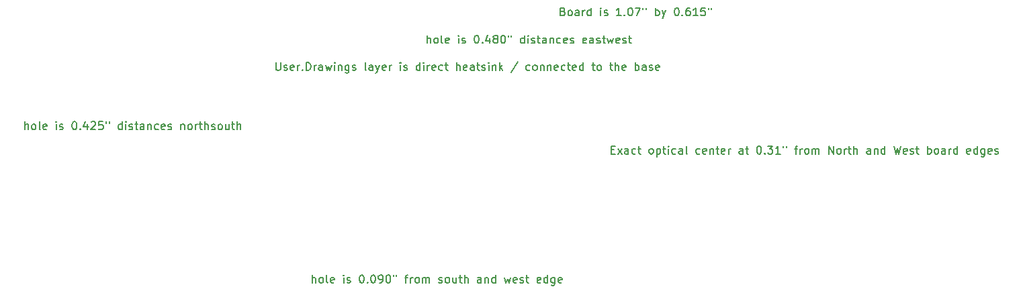
<source format=gbr>
%TF.GenerationSoftware,KiCad,Pcbnew,9.0.0*%
%TF.CreationDate,2025-04-02T01:46:26-07:00*%
%TF.ProjectId,LEDBoardUnhaunted,4c454442-6f61-4726-9455-6e6861756e74,rev?*%
%TF.SameCoordinates,Original*%
%TF.FileFunction,Other,Comment*%
%FSLAX46Y46*%
G04 Gerber Fmt 4.6, Leading zero omitted, Abs format (unit mm)*
G04 Created by KiCad (PCBNEW 9.0.0) date 2025-04-02 01:46:26*
%MOMM*%
%LPD*%
G01*
G04 APERTURE LIST*
%ADD10C,0.150000*%
G04 APERTURE END LIST*
D10*
X123653779Y-115033419D02*
X123653779Y-114033419D01*
X124082350Y-115033419D02*
X124082350Y-114509609D01*
X124082350Y-114509609D02*
X124034731Y-114414371D01*
X124034731Y-114414371D02*
X123939493Y-114366752D01*
X123939493Y-114366752D02*
X123796636Y-114366752D01*
X123796636Y-114366752D02*
X123701398Y-114414371D01*
X123701398Y-114414371D02*
X123653779Y-114461990D01*
X124701398Y-115033419D02*
X124606160Y-114985800D01*
X124606160Y-114985800D02*
X124558541Y-114938180D01*
X124558541Y-114938180D02*
X124510922Y-114842942D01*
X124510922Y-114842942D02*
X124510922Y-114557228D01*
X124510922Y-114557228D02*
X124558541Y-114461990D01*
X124558541Y-114461990D02*
X124606160Y-114414371D01*
X124606160Y-114414371D02*
X124701398Y-114366752D01*
X124701398Y-114366752D02*
X124844255Y-114366752D01*
X124844255Y-114366752D02*
X124939493Y-114414371D01*
X124939493Y-114414371D02*
X124987112Y-114461990D01*
X124987112Y-114461990D02*
X125034731Y-114557228D01*
X125034731Y-114557228D02*
X125034731Y-114842942D01*
X125034731Y-114842942D02*
X124987112Y-114938180D01*
X124987112Y-114938180D02*
X124939493Y-114985800D01*
X124939493Y-114985800D02*
X124844255Y-115033419D01*
X124844255Y-115033419D02*
X124701398Y-115033419D01*
X125606160Y-115033419D02*
X125510922Y-114985800D01*
X125510922Y-114985800D02*
X125463303Y-114890561D01*
X125463303Y-114890561D02*
X125463303Y-114033419D01*
X126368065Y-114985800D02*
X126272827Y-115033419D01*
X126272827Y-115033419D02*
X126082351Y-115033419D01*
X126082351Y-115033419D02*
X125987113Y-114985800D01*
X125987113Y-114985800D02*
X125939494Y-114890561D01*
X125939494Y-114890561D02*
X125939494Y-114509609D01*
X125939494Y-114509609D02*
X125987113Y-114414371D01*
X125987113Y-114414371D02*
X126082351Y-114366752D01*
X126082351Y-114366752D02*
X126272827Y-114366752D01*
X126272827Y-114366752D02*
X126368065Y-114414371D01*
X126368065Y-114414371D02*
X126415684Y-114509609D01*
X126415684Y-114509609D02*
X126415684Y-114604847D01*
X126415684Y-114604847D02*
X125939494Y-114700085D01*
X127606161Y-115033419D02*
X127606161Y-114366752D01*
X127606161Y-114033419D02*
X127558542Y-114081038D01*
X127558542Y-114081038D02*
X127606161Y-114128657D01*
X127606161Y-114128657D02*
X127653780Y-114081038D01*
X127653780Y-114081038D02*
X127606161Y-114033419D01*
X127606161Y-114033419D02*
X127606161Y-114128657D01*
X128034732Y-114985800D02*
X128129970Y-115033419D01*
X128129970Y-115033419D02*
X128320446Y-115033419D01*
X128320446Y-115033419D02*
X128415684Y-114985800D01*
X128415684Y-114985800D02*
X128463303Y-114890561D01*
X128463303Y-114890561D02*
X128463303Y-114842942D01*
X128463303Y-114842942D02*
X128415684Y-114747704D01*
X128415684Y-114747704D02*
X128320446Y-114700085D01*
X128320446Y-114700085D02*
X128177589Y-114700085D01*
X128177589Y-114700085D02*
X128082351Y-114652466D01*
X128082351Y-114652466D02*
X128034732Y-114557228D01*
X128034732Y-114557228D02*
X128034732Y-114509609D01*
X128034732Y-114509609D02*
X128082351Y-114414371D01*
X128082351Y-114414371D02*
X128177589Y-114366752D01*
X128177589Y-114366752D02*
X128320446Y-114366752D01*
X128320446Y-114366752D02*
X128415684Y-114414371D01*
X129844256Y-114033419D02*
X129939494Y-114033419D01*
X129939494Y-114033419D02*
X130034732Y-114081038D01*
X130034732Y-114081038D02*
X130082351Y-114128657D01*
X130082351Y-114128657D02*
X130129970Y-114223895D01*
X130129970Y-114223895D02*
X130177589Y-114414371D01*
X130177589Y-114414371D02*
X130177589Y-114652466D01*
X130177589Y-114652466D02*
X130129970Y-114842942D01*
X130129970Y-114842942D02*
X130082351Y-114938180D01*
X130082351Y-114938180D02*
X130034732Y-114985800D01*
X130034732Y-114985800D02*
X129939494Y-115033419D01*
X129939494Y-115033419D02*
X129844256Y-115033419D01*
X129844256Y-115033419D02*
X129749018Y-114985800D01*
X129749018Y-114985800D02*
X129701399Y-114938180D01*
X129701399Y-114938180D02*
X129653780Y-114842942D01*
X129653780Y-114842942D02*
X129606161Y-114652466D01*
X129606161Y-114652466D02*
X129606161Y-114414371D01*
X129606161Y-114414371D02*
X129653780Y-114223895D01*
X129653780Y-114223895D02*
X129701399Y-114128657D01*
X129701399Y-114128657D02*
X129749018Y-114081038D01*
X129749018Y-114081038D02*
X129844256Y-114033419D01*
X130606161Y-114938180D02*
X130653780Y-114985800D01*
X130653780Y-114985800D02*
X130606161Y-115033419D01*
X130606161Y-115033419D02*
X130558542Y-114985800D01*
X130558542Y-114985800D02*
X130606161Y-114938180D01*
X130606161Y-114938180D02*
X130606161Y-115033419D01*
X131272827Y-114033419D02*
X131368065Y-114033419D01*
X131368065Y-114033419D02*
X131463303Y-114081038D01*
X131463303Y-114081038D02*
X131510922Y-114128657D01*
X131510922Y-114128657D02*
X131558541Y-114223895D01*
X131558541Y-114223895D02*
X131606160Y-114414371D01*
X131606160Y-114414371D02*
X131606160Y-114652466D01*
X131606160Y-114652466D02*
X131558541Y-114842942D01*
X131558541Y-114842942D02*
X131510922Y-114938180D01*
X131510922Y-114938180D02*
X131463303Y-114985800D01*
X131463303Y-114985800D02*
X131368065Y-115033419D01*
X131368065Y-115033419D02*
X131272827Y-115033419D01*
X131272827Y-115033419D02*
X131177589Y-114985800D01*
X131177589Y-114985800D02*
X131129970Y-114938180D01*
X131129970Y-114938180D02*
X131082351Y-114842942D01*
X131082351Y-114842942D02*
X131034732Y-114652466D01*
X131034732Y-114652466D02*
X131034732Y-114414371D01*
X131034732Y-114414371D02*
X131082351Y-114223895D01*
X131082351Y-114223895D02*
X131129970Y-114128657D01*
X131129970Y-114128657D02*
X131177589Y-114081038D01*
X131177589Y-114081038D02*
X131272827Y-114033419D01*
X132082351Y-115033419D02*
X132272827Y-115033419D01*
X132272827Y-115033419D02*
X132368065Y-114985800D01*
X132368065Y-114985800D02*
X132415684Y-114938180D01*
X132415684Y-114938180D02*
X132510922Y-114795323D01*
X132510922Y-114795323D02*
X132558541Y-114604847D01*
X132558541Y-114604847D02*
X132558541Y-114223895D01*
X132558541Y-114223895D02*
X132510922Y-114128657D01*
X132510922Y-114128657D02*
X132463303Y-114081038D01*
X132463303Y-114081038D02*
X132368065Y-114033419D01*
X132368065Y-114033419D02*
X132177589Y-114033419D01*
X132177589Y-114033419D02*
X132082351Y-114081038D01*
X132082351Y-114081038D02*
X132034732Y-114128657D01*
X132034732Y-114128657D02*
X131987113Y-114223895D01*
X131987113Y-114223895D02*
X131987113Y-114461990D01*
X131987113Y-114461990D02*
X132034732Y-114557228D01*
X132034732Y-114557228D02*
X132082351Y-114604847D01*
X132082351Y-114604847D02*
X132177589Y-114652466D01*
X132177589Y-114652466D02*
X132368065Y-114652466D01*
X132368065Y-114652466D02*
X132463303Y-114604847D01*
X132463303Y-114604847D02*
X132510922Y-114557228D01*
X132510922Y-114557228D02*
X132558541Y-114461990D01*
X133177589Y-114033419D02*
X133272827Y-114033419D01*
X133272827Y-114033419D02*
X133368065Y-114081038D01*
X133368065Y-114081038D02*
X133415684Y-114128657D01*
X133415684Y-114128657D02*
X133463303Y-114223895D01*
X133463303Y-114223895D02*
X133510922Y-114414371D01*
X133510922Y-114414371D02*
X133510922Y-114652466D01*
X133510922Y-114652466D02*
X133463303Y-114842942D01*
X133463303Y-114842942D02*
X133415684Y-114938180D01*
X133415684Y-114938180D02*
X133368065Y-114985800D01*
X133368065Y-114985800D02*
X133272827Y-115033419D01*
X133272827Y-115033419D02*
X133177589Y-115033419D01*
X133177589Y-115033419D02*
X133082351Y-114985800D01*
X133082351Y-114985800D02*
X133034732Y-114938180D01*
X133034732Y-114938180D02*
X132987113Y-114842942D01*
X132987113Y-114842942D02*
X132939494Y-114652466D01*
X132939494Y-114652466D02*
X132939494Y-114414371D01*
X132939494Y-114414371D02*
X132987113Y-114223895D01*
X132987113Y-114223895D02*
X133034732Y-114128657D01*
X133034732Y-114128657D02*
X133082351Y-114081038D01*
X133082351Y-114081038D02*
X133177589Y-114033419D01*
X133891875Y-114033419D02*
X133891875Y-114223895D01*
X134272827Y-114033419D02*
X134272827Y-114223895D01*
X135320447Y-114366752D02*
X135701399Y-114366752D01*
X135463304Y-115033419D02*
X135463304Y-114176276D01*
X135463304Y-114176276D02*
X135510923Y-114081038D01*
X135510923Y-114081038D02*
X135606161Y-114033419D01*
X135606161Y-114033419D02*
X135701399Y-114033419D01*
X136034733Y-115033419D02*
X136034733Y-114366752D01*
X136034733Y-114557228D02*
X136082352Y-114461990D01*
X136082352Y-114461990D02*
X136129971Y-114414371D01*
X136129971Y-114414371D02*
X136225209Y-114366752D01*
X136225209Y-114366752D02*
X136320447Y-114366752D01*
X136796638Y-115033419D02*
X136701400Y-114985800D01*
X136701400Y-114985800D02*
X136653781Y-114938180D01*
X136653781Y-114938180D02*
X136606162Y-114842942D01*
X136606162Y-114842942D02*
X136606162Y-114557228D01*
X136606162Y-114557228D02*
X136653781Y-114461990D01*
X136653781Y-114461990D02*
X136701400Y-114414371D01*
X136701400Y-114414371D02*
X136796638Y-114366752D01*
X136796638Y-114366752D02*
X136939495Y-114366752D01*
X136939495Y-114366752D02*
X137034733Y-114414371D01*
X137034733Y-114414371D02*
X137082352Y-114461990D01*
X137082352Y-114461990D02*
X137129971Y-114557228D01*
X137129971Y-114557228D02*
X137129971Y-114842942D01*
X137129971Y-114842942D02*
X137082352Y-114938180D01*
X137082352Y-114938180D02*
X137034733Y-114985800D01*
X137034733Y-114985800D02*
X136939495Y-115033419D01*
X136939495Y-115033419D02*
X136796638Y-115033419D01*
X137558543Y-115033419D02*
X137558543Y-114366752D01*
X137558543Y-114461990D02*
X137606162Y-114414371D01*
X137606162Y-114414371D02*
X137701400Y-114366752D01*
X137701400Y-114366752D02*
X137844257Y-114366752D01*
X137844257Y-114366752D02*
X137939495Y-114414371D01*
X137939495Y-114414371D02*
X137987114Y-114509609D01*
X137987114Y-114509609D02*
X137987114Y-115033419D01*
X137987114Y-114509609D02*
X138034733Y-114414371D01*
X138034733Y-114414371D02*
X138129971Y-114366752D01*
X138129971Y-114366752D02*
X138272828Y-114366752D01*
X138272828Y-114366752D02*
X138368067Y-114414371D01*
X138368067Y-114414371D02*
X138415686Y-114509609D01*
X138415686Y-114509609D02*
X138415686Y-115033419D01*
X139606162Y-114985800D02*
X139701400Y-115033419D01*
X139701400Y-115033419D02*
X139891876Y-115033419D01*
X139891876Y-115033419D02*
X139987114Y-114985800D01*
X139987114Y-114985800D02*
X140034733Y-114890561D01*
X140034733Y-114890561D02*
X140034733Y-114842942D01*
X140034733Y-114842942D02*
X139987114Y-114747704D01*
X139987114Y-114747704D02*
X139891876Y-114700085D01*
X139891876Y-114700085D02*
X139749019Y-114700085D01*
X139749019Y-114700085D02*
X139653781Y-114652466D01*
X139653781Y-114652466D02*
X139606162Y-114557228D01*
X139606162Y-114557228D02*
X139606162Y-114509609D01*
X139606162Y-114509609D02*
X139653781Y-114414371D01*
X139653781Y-114414371D02*
X139749019Y-114366752D01*
X139749019Y-114366752D02*
X139891876Y-114366752D01*
X139891876Y-114366752D02*
X139987114Y-114414371D01*
X140606162Y-115033419D02*
X140510924Y-114985800D01*
X140510924Y-114985800D02*
X140463305Y-114938180D01*
X140463305Y-114938180D02*
X140415686Y-114842942D01*
X140415686Y-114842942D02*
X140415686Y-114557228D01*
X140415686Y-114557228D02*
X140463305Y-114461990D01*
X140463305Y-114461990D02*
X140510924Y-114414371D01*
X140510924Y-114414371D02*
X140606162Y-114366752D01*
X140606162Y-114366752D02*
X140749019Y-114366752D01*
X140749019Y-114366752D02*
X140844257Y-114414371D01*
X140844257Y-114414371D02*
X140891876Y-114461990D01*
X140891876Y-114461990D02*
X140939495Y-114557228D01*
X140939495Y-114557228D02*
X140939495Y-114842942D01*
X140939495Y-114842942D02*
X140891876Y-114938180D01*
X140891876Y-114938180D02*
X140844257Y-114985800D01*
X140844257Y-114985800D02*
X140749019Y-115033419D01*
X140749019Y-115033419D02*
X140606162Y-115033419D01*
X141796638Y-114366752D02*
X141796638Y-115033419D01*
X141368067Y-114366752D02*
X141368067Y-114890561D01*
X141368067Y-114890561D02*
X141415686Y-114985800D01*
X141415686Y-114985800D02*
X141510924Y-115033419D01*
X141510924Y-115033419D02*
X141653781Y-115033419D01*
X141653781Y-115033419D02*
X141749019Y-114985800D01*
X141749019Y-114985800D02*
X141796638Y-114938180D01*
X142129972Y-114366752D02*
X142510924Y-114366752D01*
X142272829Y-114033419D02*
X142272829Y-114890561D01*
X142272829Y-114890561D02*
X142320448Y-114985800D01*
X142320448Y-114985800D02*
X142415686Y-115033419D01*
X142415686Y-115033419D02*
X142510924Y-115033419D01*
X142844258Y-115033419D02*
X142844258Y-114033419D01*
X143272829Y-115033419D02*
X143272829Y-114509609D01*
X143272829Y-114509609D02*
X143225210Y-114414371D01*
X143225210Y-114414371D02*
X143129972Y-114366752D01*
X143129972Y-114366752D02*
X142987115Y-114366752D01*
X142987115Y-114366752D02*
X142891877Y-114414371D01*
X142891877Y-114414371D02*
X142844258Y-114461990D01*
X144939496Y-115033419D02*
X144939496Y-114509609D01*
X144939496Y-114509609D02*
X144891877Y-114414371D01*
X144891877Y-114414371D02*
X144796639Y-114366752D01*
X144796639Y-114366752D02*
X144606163Y-114366752D01*
X144606163Y-114366752D02*
X144510925Y-114414371D01*
X144939496Y-114985800D02*
X144844258Y-115033419D01*
X144844258Y-115033419D02*
X144606163Y-115033419D01*
X144606163Y-115033419D02*
X144510925Y-114985800D01*
X144510925Y-114985800D02*
X144463306Y-114890561D01*
X144463306Y-114890561D02*
X144463306Y-114795323D01*
X144463306Y-114795323D02*
X144510925Y-114700085D01*
X144510925Y-114700085D02*
X144606163Y-114652466D01*
X144606163Y-114652466D02*
X144844258Y-114652466D01*
X144844258Y-114652466D02*
X144939496Y-114604847D01*
X145415687Y-114366752D02*
X145415687Y-115033419D01*
X145415687Y-114461990D02*
X145463306Y-114414371D01*
X145463306Y-114414371D02*
X145558544Y-114366752D01*
X145558544Y-114366752D02*
X145701401Y-114366752D01*
X145701401Y-114366752D02*
X145796639Y-114414371D01*
X145796639Y-114414371D02*
X145844258Y-114509609D01*
X145844258Y-114509609D02*
X145844258Y-115033419D01*
X146749020Y-115033419D02*
X146749020Y-114033419D01*
X146749020Y-114985800D02*
X146653782Y-115033419D01*
X146653782Y-115033419D02*
X146463306Y-115033419D01*
X146463306Y-115033419D02*
X146368068Y-114985800D01*
X146368068Y-114985800D02*
X146320449Y-114938180D01*
X146320449Y-114938180D02*
X146272830Y-114842942D01*
X146272830Y-114842942D02*
X146272830Y-114557228D01*
X146272830Y-114557228D02*
X146320449Y-114461990D01*
X146320449Y-114461990D02*
X146368068Y-114414371D01*
X146368068Y-114414371D02*
X146463306Y-114366752D01*
X146463306Y-114366752D02*
X146653782Y-114366752D01*
X146653782Y-114366752D02*
X146749020Y-114414371D01*
X147891878Y-114366752D02*
X148082354Y-115033419D01*
X148082354Y-115033419D02*
X148272830Y-114557228D01*
X148272830Y-114557228D02*
X148463306Y-115033419D01*
X148463306Y-115033419D02*
X148653782Y-114366752D01*
X149415687Y-114985800D02*
X149320449Y-115033419D01*
X149320449Y-115033419D02*
X149129973Y-115033419D01*
X149129973Y-115033419D02*
X149034735Y-114985800D01*
X149034735Y-114985800D02*
X148987116Y-114890561D01*
X148987116Y-114890561D02*
X148987116Y-114509609D01*
X148987116Y-114509609D02*
X149034735Y-114414371D01*
X149034735Y-114414371D02*
X149129973Y-114366752D01*
X149129973Y-114366752D02*
X149320449Y-114366752D01*
X149320449Y-114366752D02*
X149415687Y-114414371D01*
X149415687Y-114414371D02*
X149463306Y-114509609D01*
X149463306Y-114509609D02*
X149463306Y-114604847D01*
X149463306Y-114604847D02*
X148987116Y-114700085D01*
X149844259Y-114985800D02*
X149939497Y-115033419D01*
X149939497Y-115033419D02*
X150129973Y-115033419D01*
X150129973Y-115033419D02*
X150225211Y-114985800D01*
X150225211Y-114985800D02*
X150272830Y-114890561D01*
X150272830Y-114890561D02*
X150272830Y-114842942D01*
X150272830Y-114842942D02*
X150225211Y-114747704D01*
X150225211Y-114747704D02*
X150129973Y-114700085D01*
X150129973Y-114700085D02*
X149987116Y-114700085D01*
X149987116Y-114700085D02*
X149891878Y-114652466D01*
X149891878Y-114652466D02*
X149844259Y-114557228D01*
X149844259Y-114557228D02*
X149844259Y-114509609D01*
X149844259Y-114509609D02*
X149891878Y-114414371D01*
X149891878Y-114414371D02*
X149987116Y-114366752D01*
X149987116Y-114366752D02*
X150129973Y-114366752D01*
X150129973Y-114366752D02*
X150225211Y-114414371D01*
X150558545Y-114366752D02*
X150939497Y-114366752D01*
X150701402Y-114033419D02*
X150701402Y-114890561D01*
X150701402Y-114890561D02*
X150749021Y-114985800D01*
X150749021Y-114985800D02*
X150844259Y-115033419D01*
X150844259Y-115033419D02*
X150939497Y-115033419D01*
X152415688Y-114985800D02*
X152320450Y-115033419D01*
X152320450Y-115033419D02*
X152129974Y-115033419D01*
X152129974Y-115033419D02*
X152034736Y-114985800D01*
X152034736Y-114985800D02*
X151987117Y-114890561D01*
X151987117Y-114890561D02*
X151987117Y-114509609D01*
X151987117Y-114509609D02*
X152034736Y-114414371D01*
X152034736Y-114414371D02*
X152129974Y-114366752D01*
X152129974Y-114366752D02*
X152320450Y-114366752D01*
X152320450Y-114366752D02*
X152415688Y-114414371D01*
X152415688Y-114414371D02*
X152463307Y-114509609D01*
X152463307Y-114509609D02*
X152463307Y-114604847D01*
X152463307Y-114604847D02*
X151987117Y-114700085D01*
X153320450Y-115033419D02*
X153320450Y-114033419D01*
X153320450Y-114985800D02*
X153225212Y-115033419D01*
X153225212Y-115033419D02*
X153034736Y-115033419D01*
X153034736Y-115033419D02*
X152939498Y-114985800D01*
X152939498Y-114985800D02*
X152891879Y-114938180D01*
X152891879Y-114938180D02*
X152844260Y-114842942D01*
X152844260Y-114842942D02*
X152844260Y-114557228D01*
X152844260Y-114557228D02*
X152891879Y-114461990D01*
X152891879Y-114461990D02*
X152939498Y-114414371D01*
X152939498Y-114414371D02*
X153034736Y-114366752D01*
X153034736Y-114366752D02*
X153225212Y-114366752D01*
X153225212Y-114366752D02*
X153320450Y-114414371D01*
X154225212Y-114366752D02*
X154225212Y-115176276D01*
X154225212Y-115176276D02*
X154177593Y-115271514D01*
X154177593Y-115271514D02*
X154129974Y-115319133D01*
X154129974Y-115319133D02*
X154034736Y-115366752D01*
X154034736Y-115366752D02*
X153891879Y-115366752D01*
X153891879Y-115366752D02*
X153796641Y-115319133D01*
X154225212Y-114985800D02*
X154129974Y-115033419D01*
X154129974Y-115033419D02*
X153939498Y-115033419D01*
X153939498Y-115033419D02*
X153844260Y-114985800D01*
X153844260Y-114985800D02*
X153796641Y-114938180D01*
X153796641Y-114938180D02*
X153749022Y-114842942D01*
X153749022Y-114842942D02*
X153749022Y-114557228D01*
X153749022Y-114557228D02*
X153796641Y-114461990D01*
X153796641Y-114461990D02*
X153844260Y-114414371D01*
X153844260Y-114414371D02*
X153939498Y-114366752D01*
X153939498Y-114366752D02*
X154129974Y-114366752D01*
X154129974Y-114366752D02*
X154225212Y-114414371D01*
X155082355Y-114985800D02*
X154987117Y-115033419D01*
X154987117Y-115033419D02*
X154796641Y-115033419D01*
X154796641Y-115033419D02*
X154701403Y-114985800D01*
X154701403Y-114985800D02*
X154653784Y-114890561D01*
X154653784Y-114890561D02*
X154653784Y-114509609D01*
X154653784Y-114509609D02*
X154701403Y-114414371D01*
X154701403Y-114414371D02*
X154796641Y-114366752D01*
X154796641Y-114366752D02*
X154987117Y-114366752D01*
X154987117Y-114366752D02*
X155082355Y-114414371D01*
X155082355Y-114414371D02*
X155129974Y-114509609D01*
X155129974Y-114509609D02*
X155129974Y-114604847D01*
X155129974Y-114604847D02*
X154653784Y-114700085D01*
X87433379Y-95678619D02*
X87433379Y-94678619D01*
X87861950Y-95678619D02*
X87861950Y-95154809D01*
X87861950Y-95154809D02*
X87814331Y-95059571D01*
X87814331Y-95059571D02*
X87719093Y-95011952D01*
X87719093Y-95011952D02*
X87576236Y-95011952D01*
X87576236Y-95011952D02*
X87480998Y-95059571D01*
X87480998Y-95059571D02*
X87433379Y-95107190D01*
X88480998Y-95678619D02*
X88385760Y-95631000D01*
X88385760Y-95631000D02*
X88338141Y-95583380D01*
X88338141Y-95583380D02*
X88290522Y-95488142D01*
X88290522Y-95488142D02*
X88290522Y-95202428D01*
X88290522Y-95202428D02*
X88338141Y-95107190D01*
X88338141Y-95107190D02*
X88385760Y-95059571D01*
X88385760Y-95059571D02*
X88480998Y-95011952D01*
X88480998Y-95011952D02*
X88623855Y-95011952D01*
X88623855Y-95011952D02*
X88719093Y-95059571D01*
X88719093Y-95059571D02*
X88766712Y-95107190D01*
X88766712Y-95107190D02*
X88814331Y-95202428D01*
X88814331Y-95202428D02*
X88814331Y-95488142D01*
X88814331Y-95488142D02*
X88766712Y-95583380D01*
X88766712Y-95583380D02*
X88719093Y-95631000D01*
X88719093Y-95631000D02*
X88623855Y-95678619D01*
X88623855Y-95678619D02*
X88480998Y-95678619D01*
X89385760Y-95678619D02*
X89290522Y-95631000D01*
X89290522Y-95631000D02*
X89242903Y-95535761D01*
X89242903Y-95535761D02*
X89242903Y-94678619D01*
X90147665Y-95631000D02*
X90052427Y-95678619D01*
X90052427Y-95678619D02*
X89861951Y-95678619D01*
X89861951Y-95678619D02*
X89766713Y-95631000D01*
X89766713Y-95631000D02*
X89719094Y-95535761D01*
X89719094Y-95535761D02*
X89719094Y-95154809D01*
X89719094Y-95154809D02*
X89766713Y-95059571D01*
X89766713Y-95059571D02*
X89861951Y-95011952D01*
X89861951Y-95011952D02*
X90052427Y-95011952D01*
X90052427Y-95011952D02*
X90147665Y-95059571D01*
X90147665Y-95059571D02*
X90195284Y-95154809D01*
X90195284Y-95154809D02*
X90195284Y-95250047D01*
X90195284Y-95250047D02*
X89719094Y-95345285D01*
X91385761Y-95678619D02*
X91385761Y-95011952D01*
X91385761Y-94678619D02*
X91338142Y-94726238D01*
X91338142Y-94726238D02*
X91385761Y-94773857D01*
X91385761Y-94773857D02*
X91433380Y-94726238D01*
X91433380Y-94726238D02*
X91385761Y-94678619D01*
X91385761Y-94678619D02*
X91385761Y-94773857D01*
X91814332Y-95631000D02*
X91909570Y-95678619D01*
X91909570Y-95678619D02*
X92100046Y-95678619D01*
X92100046Y-95678619D02*
X92195284Y-95631000D01*
X92195284Y-95631000D02*
X92242903Y-95535761D01*
X92242903Y-95535761D02*
X92242903Y-95488142D01*
X92242903Y-95488142D02*
X92195284Y-95392904D01*
X92195284Y-95392904D02*
X92100046Y-95345285D01*
X92100046Y-95345285D02*
X91957189Y-95345285D01*
X91957189Y-95345285D02*
X91861951Y-95297666D01*
X91861951Y-95297666D02*
X91814332Y-95202428D01*
X91814332Y-95202428D02*
X91814332Y-95154809D01*
X91814332Y-95154809D02*
X91861951Y-95059571D01*
X91861951Y-95059571D02*
X91957189Y-95011952D01*
X91957189Y-95011952D02*
X92100046Y-95011952D01*
X92100046Y-95011952D02*
X92195284Y-95059571D01*
X93623856Y-94678619D02*
X93719094Y-94678619D01*
X93719094Y-94678619D02*
X93814332Y-94726238D01*
X93814332Y-94726238D02*
X93861951Y-94773857D01*
X93861951Y-94773857D02*
X93909570Y-94869095D01*
X93909570Y-94869095D02*
X93957189Y-95059571D01*
X93957189Y-95059571D02*
X93957189Y-95297666D01*
X93957189Y-95297666D02*
X93909570Y-95488142D01*
X93909570Y-95488142D02*
X93861951Y-95583380D01*
X93861951Y-95583380D02*
X93814332Y-95631000D01*
X93814332Y-95631000D02*
X93719094Y-95678619D01*
X93719094Y-95678619D02*
X93623856Y-95678619D01*
X93623856Y-95678619D02*
X93528618Y-95631000D01*
X93528618Y-95631000D02*
X93480999Y-95583380D01*
X93480999Y-95583380D02*
X93433380Y-95488142D01*
X93433380Y-95488142D02*
X93385761Y-95297666D01*
X93385761Y-95297666D02*
X93385761Y-95059571D01*
X93385761Y-95059571D02*
X93433380Y-94869095D01*
X93433380Y-94869095D02*
X93480999Y-94773857D01*
X93480999Y-94773857D02*
X93528618Y-94726238D01*
X93528618Y-94726238D02*
X93623856Y-94678619D01*
X94385761Y-95583380D02*
X94433380Y-95631000D01*
X94433380Y-95631000D02*
X94385761Y-95678619D01*
X94385761Y-95678619D02*
X94338142Y-95631000D01*
X94338142Y-95631000D02*
X94385761Y-95583380D01*
X94385761Y-95583380D02*
X94385761Y-95678619D01*
X95290522Y-95011952D02*
X95290522Y-95678619D01*
X95052427Y-94631000D02*
X94814332Y-95345285D01*
X94814332Y-95345285D02*
X95433379Y-95345285D01*
X95766713Y-94773857D02*
X95814332Y-94726238D01*
X95814332Y-94726238D02*
X95909570Y-94678619D01*
X95909570Y-94678619D02*
X96147665Y-94678619D01*
X96147665Y-94678619D02*
X96242903Y-94726238D01*
X96242903Y-94726238D02*
X96290522Y-94773857D01*
X96290522Y-94773857D02*
X96338141Y-94869095D01*
X96338141Y-94869095D02*
X96338141Y-94964333D01*
X96338141Y-94964333D02*
X96290522Y-95107190D01*
X96290522Y-95107190D02*
X95719094Y-95678619D01*
X95719094Y-95678619D02*
X96338141Y-95678619D01*
X97242903Y-94678619D02*
X96766713Y-94678619D01*
X96766713Y-94678619D02*
X96719094Y-95154809D01*
X96719094Y-95154809D02*
X96766713Y-95107190D01*
X96766713Y-95107190D02*
X96861951Y-95059571D01*
X96861951Y-95059571D02*
X97100046Y-95059571D01*
X97100046Y-95059571D02*
X97195284Y-95107190D01*
X97195284Y-95107190D02*
X97242903Y-95154809D01*
X97242903Y-95154809D02*
X97290522Y-95250047D01*
X97290522Y-95250047D02*
X97290522Y-95488142D01*
X97290522Y-95488142D02*
X97242903Y-95583380D01*
X97242903Y-95583380D02*
X97195284Y-95631000D01*
X97195284Y-95631000D02*
X97100046Y-95678619D01*
X97100046Y-95678619D02*
X96861951Y-95678619D01*
X96861951Y-95678619D02*
X96766713Y-95631000D01*
X96766713Y-95631000D02*
X96719094Y-95583380D01*
X97671475Y-94678619D02*
X97671475Y-94869095D01*
X98052427Y-94678619D02*
X98052427Y-94869095D01*
X99671475Y-95678619D02*
X99671475Y-94678619D01*
X99671475Y-95631000D02*
X99576237Y-95678619D01*
X99576237Y-95678619D02*
X99385761Y-95678619D01*
X99385761Y-95678619D02*
X99290523Y-95631000D01*
X99290523Y-95631000D02*
X99242904Y-95583380D01*
X99242904Y-95583380D02*
X99195285Y-95488142D01*
X99195285Y-95488142D02*
X99195285Y-95202428D01*
X99195285Y-95202428D02*
X99242904Y-95107190D01*
X99242904Y-95107190D02*
X99290523Y-95059571D01*
X99290523Y-95059571D02*
X99385761Y-95011952D01*
X99385761Y-95011952D02*
X99576237Y-95011952D01*
X99576237Y-95011952D02*
X99671475Y-95059571D01*
X100147666Y-95678619D02*
X100147666Y-95011952D01*
X100147666Y-94678619D02*
X100100047Y-94726238D01*
X100100047Y-94726238D02*
X100147666Y-94773857D01*
X100147666Y-94773857D02*
X100195285Y-94726238D01*
X100195285Y-94726238D02*
X100147666Y-94678619D01*
X100147666Y-94678619D02*
X100147666Y-94773857D01*
X100576237Y-95631000D02*
X100671475Y-95678619D01*
X100671475Y-95678619D02*
X100861951Y-95678619D01*
X100861951Y-95678619D02*
X100957189Y-95631000D01*
X100957189Y-95631000D02*
X101004808Y-95535761D01*
X101004808Y-95535761D02*
X101004808Y-95488142D01*
X101004808Y-95488142D02*
X100957189Y-95392904D01*
X100957189Y-95392904D02*
X100861951Y-95345285D01*
X100861951Y-95345285D02*
X100719094Y-95345285D01*
X100719094Y-95345285D02*
X100623856Y-95297666D01*
X100623856Y-95297666D02*
X100576237Y-95202428D01*
X100576237Y-95202428D02*
X100576237Y-95154809D01*
X100576237Y-95154809D02*
X100623856Y-95059571D01*
X100623856Y-95059571D02*
X100719094Y-95011952D01*
X100719094Y-95011952D02*
X100861951Y-95011952D01*
X100861951Y-95011952D02*
X100957189Y-95059571D01*
X101290523Y-95011952D02*
X101671475Y-95011952D01*
X101433380Y-94678619D02*
X101433380Y-95535761D01*
X101433380Y-95535761D02*
X101480999Y-95631000D01*
X101480999Y-95631000D02*
X101576237Y-95678619D01*
X101576237Y-95678619D02*
X101671475Y-95678619D01*
X102433380Y-95678619D02*
X102433380Y-95154809D01*
X102433380Y-95154809D02*
X102385761Y-95059571D01*
X102385761Y-95059571D02*
X102290523Y-95011952D01*
X102290523Y-95011952D02*
X102100047Y-95011952D01*
X102100047Y-95011952D02*
X102004809Y-95059571D01*
X102433380Y-95631000D02*
X102338142Y-95678619D01*
X102338142Y-95678619D02*
X102100047Y-95678619D01*
X102100047Y-95678619D02*
X102004809Y-95631000D01*
X102004809Y-95631000D02*
X101957190Y-95535761D01*
X101957190Y-95535761D02*
X101957190Y-95440523D01*
X101957190Y-95440523D02*
X102004809Y-95345285D01*
X102004809Y-95345285D02*
X102100047Y-95297666D01*
X102100047Y-95297666D02*
X102338142Y-95297666D01*
X102338142Y-95297666D02*
X102433380Y-95250047D01*
X102909571Y-95011952D02*
X102909571Y-95678619D01*
X102909571Y-95107190D02*
X102957190Y-95059571D01*
X102957190Y-95059571D02*
X103052428Y-95011952D01*
X103052428Y-95011952D02*
X103195285Y-95011952D01*
X103195285Y-95011952D02*
X103290523Y-95059571D01*
X103290523Y-95059571D02*
X103338142Y-95154809D01*
X103338142Y-95154809D02*
X103338142Y-95678619D01*
X104242904Y-95631000D02*
X104147666Y-95678619D01*
X104147666Y-95678619D02*
X103957190Y-95678619D01*
X103957190Y-95678619D02*
X103861952Y-95631000D01*
X103861952Y-95631000D02*
X103814333Y-95583380D01*
X103814333Y-95583380D02*
X103766714Y-95488142D01*
X103766714Y-95488142D02*
X103766714Y-95202428D01*
X103766714Y-95202428D02*
X103814333Y-95107190D01*
X103814333Y-95107190D02*
X103861952Y-95059571D01*
X103861952Y-95059571D02*
X103957190Y-95011952D01*
X103957190Y-95011952D02*
X104147666Y-95011952D01*
X104147666Y-95011952D02*
X104242904Y-95059571D01*
X105052428Y-95631000D02*
X104957190Y-95678619D01*
X104957190Y-95678619D02*
X104766714Y-95678619D01*
X104766714Y-95678619D02*
X104671476Y-95631000D01*
X104671476Y-95631000D02*
X104623857Y-95535761D01*
X104623857Y-95535761D02*
X104623857Y-95154809D01*
X104623857Y-95154809D02*
X104671476Y-95059571D01*
X104671476Y-95059571D02*
X104766714Y-95011952D01*
X104766714Y-95011952D02*
X104957190Y-95011952D01*
X104957190Y-95011952D02*
X105052428Y-95059571D01*
X105052428Y-95059571D02*
X105100047Y-95154809D01*
X105100047Y-95154809D02*
X105100047Y-95250047D01*
X105100047Y-95250047D02*
X104623857Y-95345285D01*
X105481000Y-95631000D02*
X105576238Y-95678619D01*
X105576238Y-95678619D02*
X105766714Y-95678619D01*
X105766714Y-95678619D02*
X105861952Y-95631000D01*
X105861952Y-95631000D02*
X105909571Y-95535761D01*
X105909571Y-95535761D02*
X105909571Y-95488142D01*
X105909571Y-95488142D02*
X105861952Y-95392904D01*
X105861952Y-95392904D02*
X105766714Y-95345285D01*
X105766714Y-95345285D02*
X105623857Y-95345285D01*
X105623857Y-95345285D02*
X105528619Y-95297666D01*
X105528619Y-95297666D02*
X105481000Y-95202428D01*
X105481000Y-95202428D02*
X105481000Y-95154809D01*
X105481000Y-95154809D02*
X105528619Y-95059571D01*
X105528619Y-95059571D02*
X105623857Y-95011952D01*
X105623857Y-95011952D02*
X105766714Y-95011952D01*
X105766714Y-95011952D02*
X105861952Y-95059571D01*
X107100048Y-95011952D02*
X107100048Y-95678619D01*
X107100048Y-95107190D02*
X107147667Y-95059571D01*
X107147667Y-95059571D02*
X107242905Y-95011952D01*
X107242905Y-95011952D02*
X107385762Y-95011952D01*
X107385762Y-95011952D02*
X107481000Y-95059571D01*
X107481000Y-95059571D02*
X107528619Y-95154809D01*
X107528619Y-95154809D02*
X107528619Y-95678619D01*
X108147667Y-95678619D02*
X108052429Y-95631000D01*
X108052429Y-95631000D02*
X108004810Y-95583380D01*
X108004810Y-95583380D02*
X107957191Y-95488142D01*
X107957191Y-95488142D02*
X107957191Y-95202428D01*
X107957191Y-95202428D02*
X108004810Y-95107190D01*
X108004810Y-95107190D02*
X108052429Y-95059571D01*
X108052429Y-95059571D02*
X108147667Y-95011952D01*
X108147667Y-95011952D02*
X108290524Y-95011952D01*
X108290524Y-95011952D02*
X108385762Y-95059571D01*
X108385762Y-95059571D02*
X108433381Y-95107190D01*
X108433381Y-95107190D02*
X108481000Y-95202428D01*
X108481000Y-95202428D02*
X108481000Y-95488142D01*
X108481000Y-95488142D02*
X108433381Y-95583380D01*
X108433381Y-95583380D02*
X108385762Y-95631000D01*
X108385762Y-95631000D02*
X108290524Y-95678619D01*
X108290524Y-95678619D02*
X108147667Y-95678619D01*
X108909572Y-95678619D02*
X108909572Y-95011952D01*
X108909572Y-95202428D02*
X108957191Y-95107190D01*
X108957191Y-95107190D02*
X109004810Y-95059571D01*
X109004810Y-95059571D02*
X109100048Y-95011952D01*
X109100048Y-95011952D02*
X109195286Y-95011952D01*
X109385763Y-95011952D02*
X109766715Y-95011952D01*
X109528620Y-94678619D02*
X109528620Y-95535761D01*
X109528620Y-95535761D02*
X109576239Y-95631000D01*
X109576239Y-95631000D02*
X109671477Y-95678619D01*
X109671477Y-95678619D02*
X109766715Y-95678619D01*
X110100049Y-95678619D02*
X110100049Y-94678619D01*
X110528620Y-95678619D02*
X110528620Y-95154809D01*
X110528620Y-95154809D02*
X110481001Y-95059571D01*
X110481001Y-95059571D02*
X110385763Y-95011952D01*
X110385763Y-95011952D02*
X110242906Y-95011952D01*
X110242906Y-95011952D02*
X110147668Y-95059571D01*
X110147668Y-95059571D02*
X110100049Y-95107190D01*
X110957192Y-95631000D02*
X111052430Y-95678619D01*
X111052430Y-95678619D02*
X111242906Y-95678619D01*
X111242906Y-95678619D02*
X111338144Y-95631000D01*
X111338144Y-95631000D02*
X111385763Y-95535761D01*
X111385763Y-95535761D02*
X111385763Y-95488142D01*
X111385763Y-95488142D02*
X111338144Y-95392904D01*
X111338144Y-95392904D02*
X111242906Y-95345285D01*
X111242906Y-95345285D02*
X111100049Y-95345285D01*
X111100049Y-95345285D02*
X111004811Y-95297666D01*
X111004811Y-95297666D02*
X110957192Y-95202428D01*
X110957192Y-95202428D02*
X110957192Y-95154809D01*
X110957192Y-95154809D02*
X111004811Y-95059571D01*
X111004811Y-95059571D02*
X111100049Y-95011952D01*
X111100049Y-95011952D02*
X111242906Y-95011952D01*
X111242906Y-95011952D02*
X111338144Y-95059571D01*
X111957192Y-95678619D02*
X111861954Y-95631000D01*
X111861954Y-95631000D02*
X111814335Y-95583380D01*
X111814335Y-95583380D02*
X111766716Y-95488142D01*
X111766716Y-95488142D02*
X111766716Y-95202428D01*
X111766716Y-95202428D02*
X111814335Y-95107190D01*
X111814335Y-95107190D02*
X111861954Y-95059571D01*
X111861954Y-95059571D02*
X111957192Y-95011952D01*
X111957192Y-95011952D02*
X112100049Y-95011952D01*
X112100049Y-95011952D02*
X112195287Y-95059571D01*
X112195287Y-95059571D02*
X112242906Y-95107190D01*
X112242906Y-95107190D02*
X112290525Y-95202428D01*
X112290525Y-95202428D02*
X112290525Y-95488142D01*
X112290525Y-95488142D02*
X112242906Y-95583380D01*
X112242906Y-95583380D02*
X112195287Y-95631000D01*
X112195287Y-95631000D02*
X112100049Y-95678619D01*
X112100049Y-95678619D02*
X111957192Y-95678619D01*
X113147668Y-95011952D02*
X113147668Y-95678619D01*
X112719097Y-95011952D02*
X112719097Y-95535761D01*
X112719097Y-95535761D02*
X112766716Y-95631000D01*
X112766716Y-95631000D02*
X112861954Y-95678619D01*
X112861954Y-95678619D02*
X113004811Y-95678619D01*
X113004811Y-95678619D02*
X113100049Y-95631000D01*
X113100049Y-95631000D02*
X113147668Y-95583380D01*
X113481002Y-95011952D02*
X113861954Y-95011952D01*
X113623859Y-94678619D02*
X113623859Y-95535761D01*
X113623859Y-95535761D02*
X113671478Y-95631000D01*
X113671478Y-95631000D02*
X113766716Y-95678619D01*
X113766716Y-95678619D02*
X113861954Y-95678619D01*
X114195288Y-95678619D02*
X114195288Y-94678619D01*
X114623859Y-95678619D02*
X114623859Y-95154809D01*
X114623859Y-95154809D02*
X114576240Y-95059571D01*
X114576240Y-95059571D02*
X114481002Y-95011952D01*
X114481002Y-95011952D02*
X114338145Y-95011952D01*
X114338145Y-95011952D02*
X114242907Y-95059571D01*
X114242907Y-95059571D02*
X114195288Y-95107190D01*
X161347379Y-98240909D02*
X161680712Y-98240909D01*
X161823569Y-98764719D02*
X161347379Y-98764719D01*
X161347379Y-98764719D02*
X161347379Y-97764719D01*
X161347379Y-97764719D02*
X161823569Y-97764719D01*
X162156903Y-98764719D02*
X162680712Y-98098052D01*
X162156903Y-98098052D02*
X162680712Y-98764719D01*
X163490236Y-98764719D02*
X163490236Y-98240909D01*
X163490236Y-98240909D02*
X163442617Y-98145671D01*
X163442617Y-98145671D02*
X163347379Y-98098052D01*
X163347379Y-98098052D02*
X163156903Y-98098052D01*
X163156903Y-98098052D02*
X163061665Y-98145671D01*
X163490236Y-98717100D02*
X163394998Y-98764719D01*
X163394998Y-98764719D02*
X163156903Y-98764719D01*
X163156903Y-98764719D02*
X163061665Y-98717100D01*
X163061665Y-98717100D02*
X163014046Y-98621861D01*
X163014046Y-98621861D02*
X163014046Y-98526623D01*
X163014046Y-98526623D02*
X163061665Y-98431385D01*
X163061665Y-98431385D02*
X163156903Y-98383766D01*
X163156903Y-98383766D02*
X163394998Y-98383766D01*
X163394998Y-98383766D02*
X163490236Y-98336147D01*
X164394998Y-98717100D02*
X164299760Y-98764719D01*
X164299760Y-98764719D02*
X164109284Y-98764719D01*
X164109284Y-98764719D02*
X164014046Y-98717100D01*
X164014046Y-98717100D02*
X163966427Y-98669480D01*
X163966427Y-98669480D02*
X163918808Y-98574242D01*
X163918808Y-98574242D02*
X163918808Y-98288528D01*
X163918808Y-98288528D02*
X163966427Y-98193290D01*
X163966427Y-98193290D02*
X164014046Y-98145671D01*
X164014046Y-98145671D02*
X164109284Y-98098052D01*
X164109284Y-98098052D02*
X164299760Y-98098052D01*
X164299760Y-98098052D02*
X164394998Y-98145671D01*
X164680713Y-98098052D02*
X165061665Y-98098052D01*
X164823570Y-97764719D02*
X164823570Y-98621861D01*
X164823570Y-98621861D02*
X164871189Y-98717100D01*
X164871189Y-98717100D02*
X164966427Y-98764719D01*
X164966427Y-98764719D02*
X165061665Y-98764719D01*
X166299761Y-98764719D02*
X166204523Y-98717100D01*
X166204523Y-98717100D02*
X166156904Y-98669480D01*
X166156904Y-98669480D02*
X166109285Y-98574242D01*
X166109285Y-98574242D02*
X166109285Y-98288528D01*
X166109285Y-98288528D02*
X166156904Y-98193290D01*
X166156904Y-98193290D02*
X166204523Y-98145671D01*
X166204523Y-98145671D02*
X166299761Y-98098052D01*
X166299761Y-98098052D02*
X166442618Y-98098052D01*
X166442618Y-98098052D02*
X166537856Y-98145671D01*
X166537856Y-98145671D02*
X166585475Y-98193290D01*
X166585475Y-98193290D02*
X166633094Y-98288528D01*
X166633094Y-98288528D02*
X166633094Y-98574242D01*
X166633094Y-98574242D02*
X166585475Y-98669480D01*
X166585475Y-98669480D02*
X166537856Y-98717100D01*
X166537856Y-98717100D02*
X166442618Y-98764719D01*
X166442618Y-98764719D02*
X166299761Y-98764719D01*
X167061666Y-98098052D02*
X167061666Y-99098052D01*
X167061666Y-98145671D02*
X167156904Y-98098052D01*
X167156904Y-98098052D02*
X167347380Y-98098052D01*
X167347380Y-98098052D02*
X167442618Y-98145671D01*
X167442618Y-98145671D02*
X167490237Y-98193290D01*
X167490237Y-98193290D02*
X167537856Y-98288528D01*
X167537856Y-98288528D02*
X167537856Y-98574242D01*
X167537856Y-98574242D02*
X167490237Y-98669480D01*
X167490237Y-98669480D02*
X167442618Y-98717100D01*
X167442618Y-98717100D02*
X167347380Y-98764719D01*
X167347380Y-98764719D02*
X167156904Y-98764719D01*
X167156904Y-98764719D02*
X167061666Y-98717100D01*
X167823571Y-98098052D02*
X168204523Y-98098052D01*
X167966428Y-97764719D02*
X167966428Y-98621861D01*
X167966428Y-98621861D02*
X168014047Y-98717100D01*
X168014047Y-98717100D02*
X168109285Y-98764719D01*
X168109285Y-98764719D02*
X168204523Y-98764719D01*
X168537857Y-98764719D02*
X168537857Y-98098052D01*
X168537857Y-97764719D02*
X168490238Y-97812338D01*
X168490238Y-97812338D02*
X168537857Y-97859957D01*
X168537857Y-97859957D02*
X168585476Y-97812338D01*
X168585476Y-97812338D02*
X168537857Y-97764719D01*
X168537857Y-97764719D02*
X168537857Y-97859957D01*
X169442618Y-98717100D02*
X169347380Y-98764719D01*
X169347380Y-98764719D02*
X169156904Y-98764719D01*
X169156904Y-98764719D02*
X169061666Y-98717100D01*
X169061666Y-98717100D02*
X169014047Y-98669480D01*
X169014047Y-98669480D02*
X168966428Y-98574242D01*
X168966428Y-98574242D02*
X168966428Y-98288528D01*
X168966428Y-98288528D02*
X169014047Y-98193290D01*
X169014047Y-98193290D02*
X169061666Y-98145671D01*
X169061666Y-98145671D02*
X169156904Y-98098052D01*
X169156904Y-98098052D02*
X169347380Y-98098052D01*
X169347380Y-98098052D02*
X169442618Y-98145671D01*
X170299761Y-98764719D02*
X170299761Y-98240909D01*
X170299761Y-98240909D02*
X170252142Y-98145671D01*
X170252142Y-98145671D02*
X170156904Y-98098052D01*
X170156904Y-98098052D02*
X169966428Y-98098052D01*
X169966428Y-98098052D02*
X169871190Y-98145671D01*
X170299761Y-98717100D02*
X170204523Y-98764719D01*
X170204523Y-98764719D02*
X169966428Y-98764719D01*
X169966428Y-98764719D02*
X169871190Y-98717100D01*
X169871190Y-98717100D02*
X169823571Y-98621861D01*
X169823571Y-98621861D02*
X169823571Y-98526623D01*
X169823571Y-98526623D02*
X169871190Y-98431385D01*
X169871190Y-98431385D02*
X169966428Y-98383766D01*
X169966428Y-98383766D02*
X170204523Y-98383766D01*
X170204523Y-98383766D02*
X170299761Y-98336147D01*
X170918809Y-98764719D02*
X170823571Y-98717100D01*
X170823571Y-98717100D02*
X170775952Y-98621861D01*
X170775952Y-98621861D02*
X170775952Y-97764719D01*
X172490238Y-98717100D02*
X172395000Y-98764719D01*
X172395000Y-98764719D02*
X172204524Y-98764719D01*
X172204524Y-98764719D02*
X172109286Y-98717100D01*
X172109286Y-98717100D02*
X172061667Y-98669480D01*
X172061667Y-98669480D02*
X172014048Y-98574242D01*
X172014048Y-98574242D02*
X172014048Y-98288528D01*
X172014048Y-98288528D02*
X172061667Y-98193290D01*
X172061667Y-98193290D02*
X172109286Y-98145671D01*
X172109286Y-98145671D02*
X172204524Y-98098052D01*
X172204524Y-98098052D02*
X172395000Y-98098052D01*
X172395000Y-98098052D02*
X172490238Y-98145671D01*
X173299762Y-98717100D02*
X173204524Y-98764719D01*
X173204524Y-98764719D02*
X173014048Y-98764719D01*
X173014048Y-98764719D02*
X172918810Y-98717100D01*
X172918810Y-98717100D02*
X172871191Y-98621861D01*
X172871191Y-98621861D02*
X172871191Y-98240909D01*
X172871191Y-98240909D02*
X172918810Y-98145671D01*
X172918810Y-98145671D02*
X173014048Y-98098052D01*
X173014048Y-98098052D02*
X173204524Y-98098052D01*
X173204524Y-98098052D02*
X173299762Y-98145671D01*
X173299762Y-98145671D02*
X173347381Y-98240909D01*
X173347381Y-98240909D02*
X173347381Y-98336147D01*
X173347381Y-98336147D02*
X172871191Y-98431385D01*
X173775953Y-98098052D02*
X173775953Y-98764719D01*
X173775953Y-98193290D02*
X173823572Y-98145671D01*
X173823572Y-98145671D02*
X173918810Y-98098052D01*
X173918810Y-98098052D02*
X174061667Y-98098052D01*
X174061667Y-98098052D02*
X174156905Y-98145671D01*
X174156905Y-98145671D02*
X174204524Y-98240909D01*
X174204524Y-98240909D02*
X174204524Y-98764719D01*
X174537858Y-98098052D02*
X174918810Y-98098052D01*
X174680715Y-97764719D02*
X174680715Y-98621861D01*
X174680715Y-98621861D02*
X174728334Y-98717100D01*
X174728334Y-98717100D02*
X174823572Y-98764719D01*
X174823572Y-98764719D02*
X174918810Y-98764719D01*
X175633096Y-98717100D02*
X175537858Y-98764719D01*
X175537858Y-98764719D02*
X175347382Y-98764719D01*
X175347382Y-98764719D02*
X175252144Y-98717100D01*
X175252144Y-98717100D02*
X175204525Y-98621861D01*
X175204525Y-98621861D02*
X175204525Y-98240909D01*
X175204525Y-98240909D02*
X175252144Y-98145671D01*
X175252144Y-98145671D02*
X175347382Y-98098052D01*
X175347382Y-98098052D02*
X175537858Y-98098052D01*
X175537858Y-98098052D02*
X175633096Y-98145671D01*
X175633096Y-98145671D02*
X175680715Y-98240909D01*
X175680715Y-98240909D02*
X175680715Y-98336147D01*
X175680715Y-98336147D02*
X175204525Y-98431385D01*
X176109287Y-98764719D02*
X176109287Y-98098052D01*
X176109287Y-98288528D02*
X176156906Y-98193290D01*
X176156906Y-98193290D02*
X176204525Y-98145671D01*
X176204525Y-98145671D02*
X176299763Y-98098052D01*
X176299763Y-98098052D02*
X176395001Y-98098052D01*
X177918811Y-98764719D02*
X177918811Y-98240909D01*
X177918811Y-98240909D02*
X177871192Y-98145671D01*
X177871192Y-98145671D02*
X177775954Y-98098052D01*
X177775954Y-98098052D02*
X177585478Y-98098052D01*
X177585478Y-98098052D02*
X177490240Y-98145671D01*
X177918811Y-98717100D02*
X177823573Y-98764719D01*
X177823573Y-98764719D02*
X177585478Y-98764719D01*
X177585478Y-98764719D02*
X177490240Y-98717100D01*
X177490240Y-98717100D02*
X177442621Y-98621861D01*
X177442621Y-98621861D02*
X177442621Y-98526623D01*
X177442621Y-98526623D02*
X177490240Y-98431385D01*
X177490240Y-98431385D02*
X177585478Y-98383766D01*
X177585478Y-98383766D02*
X177823573Y-98383766D01*
X177823573Y-98383766D02*
X177918811Y-98336147D01*
X178252145Y-98098052D02*
X178633097Y-98098052D01*
X178395002Y-97764719D02*
X178395002Y-98621861D01*
X178395002Y-98621861D02*
X178442621Y-98717100D01*
X178442621Y-98717100D02*
X178537859Y-98764719D01*
X178537859Y-98764719D02*
X178633097Y-98764719D01*
X179918812Y-97764719D02*
X180014050Y-97764719D01*
X180014050Y-97764719D02*
X180109288Y-97812338D01*
X180109288Y-97812338D02*
X180156907Y-97859957D01*
X180156907Y-97859957D02*
X180204526Y-97955195D01*
X180204526Y-97955195D02*
X180252145Y-98145671D01*
X180252145Y-98145671D02*
X180252145Y-98383766D01*
X180252145Y-98383766D02*
X180204526Y-98574242D01*
X180204526Y-98574242D02*
X180156907Y-98669480D01*
X180156907Y-98669480D02*
X180109288Y-98717100D01*
X180109288Y-98717100D02*
X180014050Y-98764719D01*
X180014050Y-98764719D02*
X179918812Y-98764719D01*
X179918812Y-98764719D02*
X179823574Y-98717100D01*
X179823574Y-98717100D02*
X179775955Y-98669480D01*
X179775955Y-98669480D02*
X179728336Y-98574242D01*
X179728336Y-98574242D02*
X179680717Y-98383766D01*
X179680717Y-98383766D02*
X179680717Y-98145671D01*
X179680717Y-98145671D02*
X179728336Y-97955195D01*
X179728336Y-97955195D02*
X179775955Y-97859957D01*
X179775955Y-97859957D02*
X179823574Y-97812338D01*
X179823574Y-97812338D02*
X179918812Y-97764719D01*
X180680717Y-98669480D02*
X180728336Y-98717100D01*
X180728336Y-98717100D02*
X180680717Y-98764719D01*
X180680717Y-98764719D02*
X180633098Y-98717100D01*
X180633098Y-98717100D02*
X180680717Y-98669480D01*
X180680717Y-98669480D02*
X180680717Y-98764719D01*
X181061669Y-97764719D02*
X181680716Y-97764719D01*
X181680716Y-97764719D02*
X181347383Y-98145671D01*
X181347383Y-98145671D02*
X181490240Y-98145671D01*
X181490240Y-98145671D02*
X181585478Y-98193290D01*
X181585478Y-98193290D02*
X181633097Y-98240909D01*
X181633097Y-98240909D02*
X181680716Y-98336147D01*
X181680716Y-98336147D02*
X181680716Y-98574242D01*
X181680716Y-98574242D02*
X181633097Y-98669480D01*
X181633097Y-98669480D02*
X181585478Y-98717100D01*
X181585478Y-98717100D02*
X181490240Y-98764719D01*
X181490240Y-98764719D02*
X181204526Y-98764719D01*
X181204526Y-98764719D02*
X181109288Y-98717100D01*
X181109288Y-98717100D02*
X181061669Y-98669480D01*
X182633097Y-98764719D02*
X182061669Y-98764719D01*
X182347383Y-98764719D02*
X182347383Y-97764719D01*
X182347383Y-97764719D02*
X182252145Y-97907576D01*
X182252145Y-97907576D02*
X182156907Y-98002814D01*
X182156907Y-98002814D02*
X182061669Y-98050433D01*
X183014050Y-97764719D02*
X183014050Y-97955195D01*
X183395002Y-97764719D02*
X183395002Y-97955195D01*
X184442622Y-98098052D02*
X184823574Y-98098052D01*
X184585479Y-98764719D02*
X184585479Y-97907576D01*
X184585479Y-97907576D02*
X184633098Y-97812338D01*
X184633098Y-97812338D02*
X184728336Y-97764719D01*
X184728336Y-97764719D02*
X184823574Y-97764719D01*
X185156908Y-98764719D02*
X185156908Y-98098052D01*
X185156908Y-98288528D02*
X185204527Y-98193290D01*
X185204527Y-98193290D02*
X185252146Y-98145671D01*
X185252146Y-98145671D02*
X185347384Y-98098052D01*
X185347384Y-98098052D02*
X185442622Y-98098052D01*
X185918813Y-98764719D02*
X185823575Y-98717100D01*
X185823575Y-98717100D02*
X185775956Y-98669480D01*
X185775956Y-98669480D02*
X185728337Y-98574242D01*
X185728337Y-98574242D02*
X185728337Y-98288528D01*
X185728337Y-98288528D02*
X185775956Y-98193290D01*
X185775956Y-98193290D02*
X185823575Y-98145671D01*
X185823575Y-98145671D02*
X185918813Y-98098052D01*
X185918813Y-98098052D02*
X186061670Y-98098052D01*
X186061670Y-98098052D02*
X186156908Y-98145671D01*
X186156908Y-98145671D02*
X186204527Y-98193290D01*
X186204527Y-98193290D02*
X186252146Y-98288528D01*
X186252146Y-98288528D02*
X186252146Y-98574242D01*
X186252146Y-98574242D02*
X186204527Y-98669480D01*
X186204527Y-98669480D02*
X186156908Y-98717100D01*
X186156908Y-98717100D02*
X186061670Y-98764719D01*
X186061670Y-98764719D02*
X185918813Y-98764719D01*
X186680718Y-98764719D02*
X186680718Y-98098052D01*
X186680718Y-98193290D02*
X186728337Y-98145671D01*
X186728337Y-98145671D02*
X186823575Y-98098052D01*
X186823575Y-98098052D02*
X186966432Y-98098052D01*
X186966432Y-98098052D02*
X187061670Y-98145671D01*
X187061670Y-98145671D02*
X187109289Y-98240909D01*
X187109289Y-98240909D02*
X187109289Y-98764719D01*
X187109289Y-98240909D02*
X187156908Y-98145671D01*
X187156908Y-98145671D02*
X187252146Y-98098052D01*
X187252146Y-98098052D02*
X187395003Y-98098052D01*
X187395003Y-98098052D02*
X187490242Y-98145671D01*
X187490242Y-98145671D02*
X187537861Y-98240909D01*
X187537861Y-98240909D02*
X187537861Y-98764719D01*
X188775956Y-98764719D02*
X188775956Y-97764719D01*
X188775956Y-97764719D02*
X189347384Y-98764719D01*
X189347384Y-98764719D02*
X189347384Y-97764719D01*
X189966432Y-98764719D02*
X189871194Y-98717100D01*
X189871194Y-98717100D02*
X189823575Y-98669480D01*
X189823575Y-98669480D02*
X189775956Y-98574242D01*
X189775956Y-98574242D02*
X189775956Y-98288528D01*
X189775956Y-98288528D02*
X189823575Y-98193290D01*
X189823575Y-98193290D02*
X189871194Y-98145671D01*
X189871194Y-98145671D02*
X189966432Y-98098052D01*
X189966432Y-98098052D02*
X190109289Y-98098052D01*
X190109289Y-98098052D02*
X190204527Y-98145671D01*
X190204527Y-98145671D02*
X190252146Y-98193290D01*
X190252146Y-98193290D02*
X190299765Y-98288528D01*
X190299765Y-98288528D02*
X190299765Y-98574242D01*
X190299765Y-98574242D02*
X190252146Y-98669480D01*
X190252146Y-98669480D02*
X190204527Y-98717100D01*
X190204527Y-98717100D02*
X190109289Y-98764719D01*
X190109289Y-98764719D02*
X189966432Y-98764719D01*
X190728337Y-98764719D02*
X190728337Y-98098052D01*
X190728337Y-98288528D02*
X190775956Y-98193290D01*
X190775956Y-98193290D02*
X190823575Y-98145671D01*
X190823575Y-98145671D02*
X190918813Y-98098052D01*
X190918813Y-98098052D02*
X191014051Y-98098052D01*
X191204528Y-98098052D02*
X191585480Y-98098052D01*
X191347385Y-97764719D02*
X191347385Y-98621861D01*
X191347385Y-98621861D02*
X191395004Y-98717100D01*
X191395004Y-98717100D02*
X191490242Y-98764719D01*
X191490242Y-98764719D02*
X191585480Y-98764719D01*
X191918814Y-98764719D02*
X191918814Y-97764719D01*
X192347385Y-98764719D02*
X192347385Y-98240909D01*
X192347385Y-98240909D02*
X192299766Y-98145671D01*
X192299766Y-98145671D02*
X192204528Y-98098052D01*
X192204528Y-98098052D02*
X192061671Y-98098052D01*
X192061671Y-98098052D02*
X191966433Y-98145671D01*
X191966433Y-98145671D02*
X191918814Y-98193290D01*
X194014052Y-98764719D02*
X194014052Y-98240909D01*
X194014052Y-98240909D02*
X193966433Y-98145671D01*
X193966433Y-98145671D02*
X193871195Y-98098052D01*
X193871195Y-98098052D02*
X193680719Y-98098052D01*
X193680719Y-98098052D02*
X193585481Y-98145671D01*
X194014052Y-98717100D02*
X193918814Y-98764719D01*
X193918814Y-98764719D02*
X193680719Y-98764719D01*
X193680719Y-98764719D02*
X193585481Y-98717100D01*
X193585481Y-98717100D02*
X193537862Y-98621861D01*
X193537862Y-98621861D02*
X193537862Y-98526623D01*
X193537862Y-98526623D02*
X193585481Y-98431385D01*
X193585481Y-98431385D02*
X193680719Y-98383766D01*
X193680719Y-98383766D02*
X193918814Y-98383766D01*
X193918814Y-98383766D02*
X194014052Y-98336147D01*
X194490243Y-98098052D02*
X194490243Y-98764719D01*
X194490243Y-98193290D02*
X194537862Y-98145671D01*
X194537862Y-98145671D02*
X194633100Y-98098052D01*
X194633100Y-98098052D02*
X194775957Y-98098052D01*
X194775957Y-98098052D02*
X194871195Y-98145671D01*
X194871195Y-98145671D02*
X194918814Y-98240909D01*
X194918814Y-98240909D02*
X194918814Y-98764719D01*
X195823576Y-98764719D02*
X195823576Y-97764719D01*
X195823576Y-98717100D02*
X195728338Y-98764719D01*
X195728338Y-98764719D02*
X195537862Y-98764719D01*
X195537862Y-98764719D02*
X195442624Y-98717100D01*
X195442624Y-98717100D02*
X195395005Y-98669480D01*
X195395005Y-98669480D02*
X195347386Y-98574242D01*
X195347386Y-98574242D02*
X195347386Y-98288528D01*
X195347386Y-98288528D02*
X195395005Y-98193290D01*
X195395005Y-98193290D02*
X195442624Y-98145671D01*
X195442624Y-98145671D02*
X195537862Y-98098052D01*
X195537862Y-98098052D02*
X195728338Y-98098052D01*
X195728338Y-98098052D02*
X195823576Y-98145671D01*
X196966434Y-97764719D02*
X197204529Y-98764719D01*
X197204529Y-98764719D02*
X197395005Y-98050433D01*
X197395005Y-98050433D02*
X197585481Y-98764719D01*
X197585481Y-98764719D02*
X197823577Y-97764719D01*
X198585481Y-98717100D02*
X198490243Y-98764719D01*
X198490243Y-98764719D02*
X198299767Y-98764719D01*
X198299767Y-98764719D02*
X198204529Y-98717100D01*
X198204529Y-98717100D02*
X198156910Y-98621861D01*
X198156910Y-98621861D02*
X198156910Y-98240909D01*
X198156910Y-98240909D02*
X198204529Y-98145671D01*
X198204529Y-98145671D02*
X198299767Y-98098052D01*
X198299767Y-98098052D02*
X198490243Y-98098052D01*
X198490243Y-98098052D02*
X198585481Y-98145671D01*
X198585481Y-98145671D02*
X198633100Y-98240909D01*
X198633100Y-98240909D02*
X198633100Y-98336147D01*
X198633100Y-98336147D02*
X198156910Y-98431385D01*
X199014053Y-98717100D02*
X199109291Y-98764719D01*
X199109291Y-98764719D02*
X199299767Y-98764719D01*
X199299767Y-98764719D02*
X199395005Y-98717100D01*
X199395005Y-98717100D02*
X199442624Y-98621861D01*
X199442624Y-98621861D02*
X199442624Y-98574242D01*
X199442624Y-98574242D02*
X199395005Y-98479004D01*
X199395005Y-98479004D02*
X199299767Y-98431385D01*
X199299767Y-98431385D02*
X199156910Y-98431385D01*
X199156910Y-98431385D02*
X199061672Y-98383766D01*
X199061672Y-98383766D02*
X199014053Y-98288528D01*
X199014053Y-98288528D02*
X199014053Y-98240909D01*
X199014053Y-98240909D02*
X199061672Y-98145671D01*
X199061672Y-98145671D02*
X199156910Y-98098052D01*
X199156910Y-98098052D02*
X199299767Y-98098052D01*
X199299767Y-98098052D02*
X199395005Y-98145671D01*
X199728339Y-98098052D02*
X200109291Y-98098052D01*
X199871196Y-97764719D02*
X199871196Y-98621861D01*
X199871196Y-98621861D02*
X199918815Y-98717100D01*
X199918815Y-98717100D02*
X200014053Y-98764719D01*
X200014053Y-98764719D02*
X200109291Y-98764719D01*
X201204530Y-98764719D02*
X201204530Y-97764719D01*
X201204530Y-98145671D02*
X201299768Y-98098052D01*
X201299768Y-98098052D02*
X201490244Y-98098052D01*
X201490244Y-98098052D02*
X201585482Y-98145671D01*
X201585482Y-98145671D02*
X201633101Y-98193290D01*
X201633101Y-98193290D02*
X201680720Y-98288528D01*
X201680720Y-98288528D02*
X201680720Y-98574242D01*
X201680720Y-98574242D02*
X201633101Y-98669480D01*
X201633101Y-98669480D02*
X201585482Y-98717100D01*
X201585482Y-98717100D02*
X201490244Y-98764719D01*
X201490244Y-98764719D02*
X201299768Y-98764719D01*
X201299768Y-98764719D02*
X201204530Y-98717100D01*
X202252149Y-98764719D02*
X202156911Y-98717100D01*
X202156911Y-98717100D02*
X202109292Y-98669480D01*
X202109292Y-98669480D02*
X202061673Y-98574242D01*
X202061673Y-98574242D02*
X202061673Y-98288528D01*
X202061673Y-98288528D02*
X202109292Y-98193290D01*
X202109292Y-98193290D02*
X202156911Y-98145671D01*
X202156911Y-98145671D02*
X202252149Y-98098052D01*
X202252149Y-98098052D02*
X202395006Y-98098052D01*
X202395006Y-98098052D02*
X202490244Y-98145671D01*
X202490244Y-98145671D02*
X202537863Y-98193290D01*
X202537863Y-98193290D02*
X202585482Y-98288528D01*
X202585482Y-98288528D02*
X202585482Y-98574242D01*
X202585482Y-98574242D02*
X202537863Y-98669480D01*
X202537863Y-98669480D02*
X202490244Y-98717100D01*
X202490244Y-98717100D02*
X202395006Y-98764719D01*
X202395006Y-98764719D02*
X202252149Y-98764719D01*
X203442625Y-98764719D02*
X203442625Y-98240909D01*
X203442625Y-98240909D02*
X203395006Y-98145671D01*
X203395006Y-98145671D02*
X203299768Y-98098052D01*
X203299768Y-98098052D02*
X203109292Y-98098052D01*
X203109292Y-98098052D02*
X203014054Y-98145671D01*
X203442625Y-98717100D02*
X203347387Y-98764719D01*
X203347387Y-98764719D02*
X203109292Y-98764719D01*
X203109292Y-98764719D02*
X203014054Y-98717100D01*
X203014054Y-98717100D02*
X202966435Y-98621861D01*
X202966435Y-98621861D02*
X202966435Y-98526623D01*
X202966435Y-98526623D02*
X203014054Y-98431385D01*
X203014054Y-98431385D02*
X203109292Y-98383766D01*
X203109292Y-98383766D02*
X203347387Y-98383766D01*
X203347387Y-98383766D02*
X203442625Y-98336147D01*
X203918816Y-98764719D02*
X203918816Y-98098052D01*
X203918816Y-98288528D02*
X203966435Y-98193290D01*
X203966435Y-98193290D02*
X204014054Y-98145671D01*
X204014054Y-98145671D02*
X204109292Y-98098052D01*
X204109292Y-98098052D02*
X204204530Y-98098052D01*
X204966435Y-98764719D02*
X204966435Y-97764719D01*
X204966435Y-98717100D02*
X204871197Y-98764719D01*
X204871197Y-98764719D02*
X204680721Y-98764719D01*
X204680721Y-98764719D02*
X204585483Y-98717100D01*
X204585483Y-98717100D02*
X204537864Y-98669480D01*
X204537864Y-98669480D02*
X204490245Y-98574242D01*
X204490245Y-98574242D02*
X204490245Y-98288528D01*
X204490245Y-98288528D02*
X204537864Y-98193290D01*
X204537864Y-98193290D02*
X204585483Y-98145671D01*
X204585483Y-98145671D02*
X204680721Y-98098052D01*
X204680721Y-98098052D02*
X204871197Y-98098052D01*
X204871197Y-98098052D02*
X204966435Y-98145671D01*
X206585483Y-98717100D02*
X206490245Y-98764719D01*
X206490245Y-98764719D02*
X206299769Y-98764719D01*
X206299769Y-98764719D02*
X206204531Y-98717100D01*
X206204531Y-98717100D02*
X206156912Y-98621861D01*
X206156912Y-98621861D02*
X206156912Y-98240909D01*
X206156912Y-98240909D02*
X206204531Y-98145671D01*
X206204531Y-98145671D02*
X206299769Y-98098052D01*
X206299769Y-98098052D02*
X206490245Y-98098052D01*
X206490245Y-98098052D02*
X206585483Y-98145671D01*
X206585483Y-98145671D02*
X206633102Y-98240909D01*
X206633102Y-98240909D02*
X206633102Y-98336147D01*
X206633102Y-98336147D02*
X206156912Y-98431385D01*
X207490245Y-98764719D02*
X207490245Y-97764719D01*
X207490245Y-98717100D02*
X207395007Y-98764719D01*
X207395007Y-98764719D02*
X207204531Y-98764719D01*
X207204531Y-98764719D02*
X207109293Y-98717100D01*
X207109293Y-98717100D02*
X207061674Y-98669480D01*
X207061674Y-98669480D02*
X207014055Y-98574242D01*
X207014055Y-98574242D02*
X207014055Y-98288528D01*
X207014055Y-98288528D02*
X207061674Y-98193290D01*
X207061674Y-98193290D02*
X207109293Y-98145671D01*
X207109293Y-98145671D02*
X207204531Y-98098052D01*
X207204531Y-98098052D02*
X207395007Y-98098052D01*
X207395007Y-98098052D02*
X207490245Y-98145671D01*
X208395007Y-98098052D02*
X208395007Y-98907576D01*
X208395007Y-98907576D02*
X208347388Y-99002814D01*
X208347388Y-99002814D02*
X208299769Y-99050433D01*
X208299769Y-99050433D02*
X208204531Y-99098052D01*
X208204531Y-99098052D02*
X208061674Y-99098052D01*
X208061674Y-99098052D02*
X207966436Y-99050433D01*
X208395007Y-98717100D02*
X208299769Y-98764719D01*
X208299769Y-98764719D02*
X208109293Y-98764719D01*
X208109293Y-98764719D02*
X208014055Y-98717100D01*
X208014055Y-98717100D02*
X207966436Y-98669480D01*
X207966436Y-98669480D02*
X207918817Y-98574242D01*
X207918817Y-98574242D02*
X207918817Y-98288528D01*
X207918817Y-98288528D02*
X207966436Y-98193290D01*
X207966436Y-98193290D02*
X208014055Y-98145671D01*
X208014055Y-98145671D02*
X208109293Y-98098052D01*
X208109293Y-98098052D02*
X208299769Y-98098052D01*
X208299769Y-98098052D02*
X208395007Y-98145671D01*
X209252150Y-98717100D02*
X209156912Y-98764719D01*
X209156912Y-98764719D02*
X208966436Y-98764719D01*
X208966436Y-98764719D02*
X208871198Y-98717100D01*
X208871198Y-98717100D02*
X208823579Y-98621861D01*
X208823579Y-98621861D02*
X208823579Y-98240909D01*
X208823579Y-98240909D02*
X208871198Y-98145671D01*
X208871198Y-98145671D02*
X208966436Y-98098052D01*
X208966436Y-98098052D02*
X209156912Y-98098052D01*
X209156912Y-98098052D02*
X209252150Y-98145671D01*
X209252150Y-98145671D02*
X209299769Y-98240909D01*
X209299769Y-98240909D02*
X209299769Y-98336147D01*
X209299769Y-98336147D02*
X208823579Y-98431385D01*
X209680722Y-98717100D02*
X209775960Y-98764719D01*
X209775960Y-98764719D02*
X209966436Y-98764719D01*
X209966436Y-98764719D02*
X210061674Y-98717100D01*
X210061674Y-98717100D02*
X210109293Y-98621861D01*
X210109293Y-98621861D02*
X210109293Y-98574242D01*
X210109293Y-98574242D02*
X210061674Y-98479004D01*
X210061674Y-98479004D02*
X209966436Y-98431385D01*
X209966436Y-98431385D02*
X209823579Y-98431385D01*
X209823579Y-98431385D02*
X209728341Y-98383766D01*
X209728341Y-98383766D02*
X209680722Y-98288528D01*
X209680722Y-98288528D02*
X209680722Y-98240909D01*
X209680722Y-98240909D02*
X209728341Y-98145671D01*
X209728341Y-98145671D02*
X209823579Y-98098052D01*
X209823579Y-98098052D02*
X209966436Y-98098052D01*
X209966436Y-98098052D02*
X210061674Y-98145671D01*
X119076699Y-87200859D02*
X119076699Y-88010382D01*
X119076699Y-88010382D02*
X119124318Y-88105620D01*
X119124318Y-88105620D02*
X119171937Y-88153240D01*
X119171937Y-88153240D02*
X119267175Y-88200859D01*
X119267175Y-88200859D02*
X119457651Y-88200859D01*
X119457651Y-88200859D02*
X119552889Y-88153240D01*
X119552889Y-88153240D02*
X119600508Y-88105620D01*
X119600508Y-88105620D02*
X119648127Y-88010382D01*
X119648127Y-88010382D02*
X119648127Y-87200859D01*
X120076699Y-88153240D02*
X120171937Y-88200859D01*
X120171937Y-88200859D02*
X120362413Y-88200859D01*
X120362413Y-88200859D02*
X120457651Y-88153240D01*
X120457651Y-88153240D02*
X120505270Y-88058001D01*
X120505270Y-88058001D02*
X120505270Y-88010382D01*
X120505270Y-88010382D02*
X120457651Y-87915144D01*
X120457651Y-87915144D02*
X120362413Y-87867525D01*
X120362413Y-87867525D02*
X120219556Y-87867525D01*
X120219556Y-87867525D02*
X120124318Y-87819906D01*
X120124318Y-87819906D02*
X120076699Y-87724668D01*
X120076699Y-87724668D02*
X120076699Y-87677049D01*
X120076699Y-87677049D02*
X120124318Y-87581811D01*
X120124318Y-87581811D02*
X120219556Y-87534192D01*
X120219556Y-87534192D02*
X120362413Y-87534192D01*
X120362413Y-87534192D02*
X120457651Y-87581811D01*
X121314794Y-88153240D02*
X121219556Y-88200859D01*
X121219556Y-88200859D02*
X121029080Y-88200859D01*
X121029080Y-88200859D02*
X120933842Y-88153240D01*
X120933842Y-88153240D02*
X120886223Y-88058001D01*
X120886223Y-88058001D02*
X120886223Y-87677049D01*
X120886223Y-87677049D02*
X120933842Y-87581811D01*
X120933842Y-87581811D02*
X121029080Y-87534192D01*
X121029080Y-87534192D02*
X121219556Y-87534192D01*
X121219556Y-87534192D02*
X121314794Y-87581811D01*
X121314794Y-87581811D02*
X121362413Y-87677049D01*
X121362413Y-87677049D02*
X121362413Y-87772287D01*
X121362413Y-87772287D02*
X120886223Y-87867525D01*
X121790985Y-88200859D02*
X121790985Y-87534192D01*
X121790985Y-87724668D02*
X121838604Y-87629430D01*
X121838604Y-87629430D02*
X121886223Y-87581811D01*
X121886223Y-87581811D02*
X121981461Y-87534192D01*
X121981461Y-87534192D02*
X122076699Y-87534192D01*
X122410033Y-88105620D02*
X122457652Y-88153240D01*
X122457652Y-88153240D02*
X122410033Y-88200859D01*
X122410033Y-88200859D02*
X122362414Y-88153240D01*
X122362414Y-88153240D02*
X122410033Y-88105620D01*
X122410033Y-88105620D02*
X122410033Y-88200859D01*
X122886223Y-88200859D02*
X122886223Y-87200859D01*
X122886223Y-87200859D02*
X123124318Y-87200859D01*
X123124318Y-87200859D02*
X123267175Y-87248478D01*
X123267175Y-87248478D02*
X123362413Y-87343716D01*
X123362413Y-87343716D02*
X123410032Y-87438954D01*
X123410032Y-87438954D02*
X123457651Y-87629430D01*
X123457651Y-87629430D02*
X123457651Y-87772287D01*
X123457651Y-87772287D02*
X123410032Y-87962763D01*
X123410032Y-87962763D02*
X123362413Y-88058001D01*
X123362413Y-88058001D02*
X123267175Y-88153240D01*
X123267175Y-88153240D02*
X123124318Y-88200859D01*
X123124318Y-88200859D02*
X122886223Y-88200859D01*
X123886223Y-88200859D02*
X123886223Y-87534192D01*
X123886223Y-87724668D02*
X123933842Y-87629430D01*
X123933842Y-87629430D02*
X123981461Y-87581811D01*
X123981461Y-87581811D02*
X124076699Y-87534192D01*
X124076699Y-87534192D02*
X124171937Y-87534192D01*
X124933842Y-88200859D02*
X124933842Y-87677049D01*
X124933842Y-87677049D02*
X124886223Y-87581811D01*
X124886223Y-87581811D02*
X124790985Y-87534192D01*
X124790985Y-87534192D02*
X124600509Y-87534192D01*
X124600509Y-87534192D02*
X124505271Y-87581811D01*
X124933842Y-88153240D02*
X124838604Y-88200859D01*
X124838604Y-88200859D02*
X124600509Y-88200859D01*
X124600509Y-88200859D02*
X124505271Y-88153240D01*
X124505271Y-88153240D02*
X124457652Y-88058001D01*
X124457652Y-88058001D02*
X124457652Y-87962763D01*
X124457652Y-87962763D02*
X124505271Y-87867525D01*
X124505271Y-87867525D02*
X124600509Y-87819906D01*
X124600509Y-87819906D02*
X124838604Y-87819906D01*
X124838604Y-87819906D02*
X124933842Y-87772287D01*
X125314795Y-87534192D02*
X125505271Y-88200859D01*
X125505271Y-88200859D02*
X125695747Y-87724668D01*
X125695747Y-87724668D02*
X125886223Y-88200859D01*
X125886223Y-88200859D02*
X126076699Y-87534192D01*
X126457652Y-88200859D02*
X126457652Y-87534192D01*
X126457652Y-87200859D02*
X126410033Y-87248478D01*
X126410033Y-87248478D02*
X126457652Y-87296097D01*
X126457652Y-87296097D02*
X126505271Y-87248478D01*
X126505271Y-87248478D02*
X126457652Y-87200859D01*
X126457652Y-87200859D02*
X126457652Y-87296097D01*
X126933842Y-87534192D02*
X126933842Y-88200859D01*
X126933842Y-87629430D02*
X126981461Y-87581811D01*
X126981461Y-87581811D02*
X127076699Y-87534192D01*
X127076699Y-87534192D02*
X127219556Y-87534192D01*
X127219556Y-87534192D02*
X127314794Y-87581811D01*
X127314794Y-87581811D02*
X127362413Y-87677049D01*
X127362413Y-87677049D02*
X127362413Y-88200859D01*
X128267175Y-87534192D02*
X128267175Y-88343716D01*
X128267175Y-88343716D02*
X128219556Y-88438954D01*
X128219556Y-88438954D02*
X128171937Y-88486573D01*
X128171937Y-88486573D02*
X128076699Y-88534192D01*
X128076699Y-88534192D02*
X127933842Y-88534192D01*
X127933842Y-88534192D02*
X127838604Y-88486573D01*
X128267175Y-88153240D02*
X128171937Y-88200859D01*
X128171937Y-88200859D02*
X127981461Y-88200859D01*
X127981461Y-88200859D02*
X127886223Y-88153240D01*
X127886223Y-88153240D02*
X127838604Y-88105620D01*
X127838604Y-88105620D02*
X127790985Y-88010382D01*
X127790985Y-88010382D02*
X127790985Y-87724668D01*
X127790985Y-87724668D02*
X127838604Y-87629430D01*
X127838604Y-87629430D02*
X127886223Y-87581811D01*
X127886223Y-87581811D02*
X127981461Y-87534192D01*
X127981461Y-87534192D02*
X128171937Y-87534192D01*
X128171937Y-87534192D02*
X128267175Y-87581811D01*
X128695747Y-88153240D02*
X128790985Y-88200859D01*
X128790985Y-88200859D02*
X128981461Y-88200859D01*
X128981461Y-88200859D02*
X129076699Y-88153240D01*
X129076699Y-88153240D02*
X129124318Y-88058001D01*
X129124318Y-88058001D02*
X129124318Y-88010382D01*
X129124318Y-88010382D02*
X129076699Y-87915144D01*
X129076699Y-87915144D02*
X128981461Y-87867525D01*
X128981461Y-87867525D02*
X128838604Y-87867525D01*
X128838604Y-87867525D02*
X128743366Y-87819906D01*
X128743366Y-87819906D02*
X128695747Y-87724668D01*
X128695747Y-87724668D02*
X128695747Y-87677049D01*
X128695747Y-87677049D02*
X128743366Y-87581811D01*
X128743366Y-87581811D02*
X128838604Y-87534192D01*
X128838604Y-87534192D02*
X128981461Y-87534192D01*
X128981461Y-87534192D02*
X129076699Y-87581811D01*
X130457652Y-88200859D02*
X130362414Y-88153240D01*
X130362414Y-88153240D02*
X130314795Y-88058001D01*
X130314795Y-88058001D02*
X130314795Y-87200859D01*
X131267176Y-88200859D02*
X131267176Y-87677049D01*
X131267176Y-87677049D02*
X131219557Y-87581811D01*
X131219557Y-87581811D02*
X131124319Y-87534192D01*
X131124319Y-87534192D02*
X130933843Y-87534192D01*
X130933843Y-87534192D02*
X130838605Y-87581811D01*
X131267176Y-88153240D02*
X131171938Y-88200859D01*
X131171938Y-88200859D02*
X130933843Y-88200859D01*
X130933843Y-88200859D02*
X130838605Y-88153240D01*
X130838605Y-88153240D02*
X130790986Y-88058001D01*
X130790986Y-88058001D02*
X130790986Y-87962763D01*
X130790986Y-87962763D02*
X130838605Y-87867525D01*
X130838605Y-87867525D02*
X130933843Y-87819906D01*
X130933843Y-87819906D02*
X131171938Y-87819906D01*
X131171938Y-87819906D02*
X131267176Y-87772287D01*
X131648129Y-87534192D02*
X131886224Y-88200859D01*
X132124319Y-87534192D02*
X131886224Y-88200859D01*
X131886224Y-88200859D02*
X131790986Y-88438954D01*
X131790986Y-88438954D02*
X131743367Y-88486573D01*
X131743367Y-88486573D02*
X131648129Y-88534192D01*
X132886224Y-88153240D02*
X132790986Y-88200859D01*
X132790986Y-88200859D02*
X132600510Y-88200859D01*
X132600510Y-88200859D02*
X132505272Y-88153240D01*
X132505272Y-88153240D02*
X132457653Y-88058001D01*
X132457653Y-88058001D02*
X132457653Y-87677049D01*
X132457653Y-87677049D02*
X132505272Y-87581811D01*
X132505272Y-87581811D02*
X132600510Y-87534192D01*
X132600510Y-87534192D02*
X132790986Y-87534192D01*
X132790986Y-87534192D02*
X132886224Y-87581811D01*
X132886224Y-87581811D02*
X132933843Y-87677049D01*
X132933843Y-87677049D02*
X132933843Y-87772287D01*
X132933843Y-87772287D02*
X132457653Y-87867525D01*
X133362415Y-88200859D02*
X133362415Y-87534192D01*
X133362415Y-87724668D02*
X133410034Y-87629430D01*
X133410034Y-87629430D02*
X133457653Y-87581811D01*
X133457653Y-87581811D02*
X133552891Y-87534192D01*
X133552891Y-87534192D02*
X133648129Y-87534192D01*
X134743368Y-88200859D02*
X134743368Y-87534192D01*
X134743368Y-87200859D02*
X134695749Y-87248478D01*
X134695749Y-87248478D02*
X134743368Y-87296097D01*
X134743368Y-87296097D02*
X134790987Y-87248478D01*
X134790987Y-87248478D02*
X134743368Y-87200859D01*
X134743368Y-87200859D02*
X134743368Y-87296097D01*
X135171939Y-88153240D02*
X135267177Y-88200859D01*
X135267177Y-88200859D02*
X135457653Y-88200859D01*
X135457653Y-88200859D02*
X135552891Y-88153240D01*
X135552891Y-88153240D02*
X135600510Y-88058001D01*
X135600510Y-88058001D02*
X135600510Y-88010382D01*
X135600510Y-88010382D02*
X135552891Y-87915144D01*
X135552891Y-87915144D02*
X135457653Y-87867525D01*
X135457653Y-87867525D02*
X135314796Y-87867525D01*
X135314796Y-87867525D02*
X135219558Y-87819906D01*
X135219558Y-87819906D02*
X135171939Y-87724668D01*
X135171939Y-87724668D02*
X135171939Y-87677049D01*
X135171939Y-87677049D02*
X135219558Y-87581811D01*
X135219558Y-87581811D02*
X135314796Y-87534192D01*
X135314796Y-87534192D02*
X135457653Y-87534192D01*
X135457653Y-87534192D02*
X135552891Y-87581811D01*
X137219558Y-88200859D02*
X137219558Y-87200859D01*
X137219558Y-88153240D02*
X137124320Y-88200859D01*
X137124320Y-88200859D02*
X136933844Y-88200859D01*
X136933844Y-88200859D02*
X136838606Y-88153240D01*
X136838606Y-88153240D02*
X136790987Y-88105620D01*
X136790987Y-88105620D02*
X136743368Y-88010382D01*
X136743368Y-88010382D02*
X136743368Y-87724668D01*
X136743368Y-87724668D02*
X136790987Y-87629430D01*
X136790987Y-87629430D02*
X136838606Y-87581811D01*
X136838606Y-87581811D02*
X136933844Y-87534192D01*
X136933844Y-87534192D02*
X137124320Y-87534192D01*
X137124320Y-87534192D02*
X137219558Y-87581811D01*
X137695749Y-88200859D02*
X137695749Y-87534192D01*
X137695749Y-87200859D02*
X137648130Y-87248478D01*
X137648130Y-87248478D02*
X137695749Y-87296097D01*
X137695749Y-87296097D02*
X137743368Y-87248478D01*
X137743368Y-87248478D02*
X137695749Y-87200859D01*
X137695749Y-87200859D02*
X137695749Y-87296097D01*
X138171939Y-88200859D02*
X138171939Y-87534192D01*
X138171939Y-87724668D02*
X138219558Y-87629430D01*
X138219558Y-87629430D02*
X138267177Y-87581811D01*
X138267177Y-87581811D02*
X138362415Y-87534192D01*
X138362415Y-87534192D02*
X138457653Y-87534192D01*
X139171939Y-88153240D02*
X139076701Y-88200859D01*
X139076701Y-88200859D02*
X138886225Y-88200859D01*
X138886225Y-88200859D02*
X138790987Y-88153240D01*
X138790987Y-88153240D02*
X138743368Y-88058001D01*
X138743368Y-88058001D02*
X138743368Y-87677049D01*
X138743368Y-87677049D02*
X138790987Y-87581811D01*
X138790987Y-87581811D02*
X138886225Y-87534192D01*
X138886225Y-87534192D02*
X139076701Y-87534192D01*
X139076701Y-87534192D02*
X139171939Y-87581811D01*
X139171939Y-87581811D02*
X139219558Y-87677049D01*
X139219558Y-87677049D02*
X139219558Y-87772287D01*
X139219558Y-87772287D02*
X138743368Y-87867525D01*
X140076701Y-88153240D02*
X139981463Y-88200859D01*
X139981463Y-88200859D02*
X139790987Y-88200859D01*
X139790987Y-88200859D02*
X139695749Y-88153240D01*
X139695749Y-88153240D02*
X139648130Y-88105620D01*
X139648130Y-88105620D02*
X139600511Y-88010382D01*
X139600511Y-88010382D02*
X139600511Y-87724668D01*
X139600511Y-87724668D02*
X139648130Y-87629430D01*
X139648130Y-87629430D02*
X139695749Y-87581811D01*
X139695749Y-87581811D02*
X139790987Y-87534192D01*
X139790987Y-87534192D02*
X139981463Y-87534192D01*
X139981463Y-87534192D02*
X140076701Y-87581811D01*
X140362416Y-87534192D02*
X140743368Y-87534192D01*
X140505273Y-87200859D02*
X140505273Y-88058001D01*
X140505273Y-88058001D02*
X140552892Y-88153240D01*
X140552892Y-88153240D02*
X140648130Y-88200859D01*
X140648130Y-88200859D02*
X140743368Y-88200859D01*
X141838607Y-88200859D02*
X141838607Y-87200859D01*
X142267178Y-88200859D02*
X142267178Y-87677049D01*
X142267178Y-87677049D02*
X142219559Y-87581811D01*
X142219559Y-87581811D02*
X142124321Y-87534192D01*
X142124321Y-87534192D02*
X141981464Y-87534192D01*
X141981464Y-87534192D02*
X141886226Y-87581811D01*
X141886226Y-87581811D02*
X141838607Y-87629430D01*
X143124321Y-88153240D02*
X143029083Y-88200859D01*
X143029083Y-88200859D02*
X142838607Y-88200859D01*
X142838607Y-88200859D02*
X142743369Y-88153240D01*
X142743369Y-88153240D02*
X142695750Y-88058001D01*
X142695750Y-88058001D02*
X142695750Y-87677049D01*
X142695750Y-87677049D02*
X142743369Y-87581811D01*
X142743369Y-87581811D02*
X142838607Y-87534192D01*
X142838607Y-87534192D02*
X143029083Y-87534192D01*
X143029083Y-87534192D02*
X143124321Y-87581811D01*
X143124321Y-87581811D02*
X143171940Y-87677049D01*
X143171940Y-87677049D02*
X143171940Y-87772287D01*
X143171940Y-87772287D02*
X142695750Y-87867525D01*
X144029083Y-88200859D02*
X144029083Y-87677049D01*
X144029083Y-87677049D02*
X143981464Y-87581811D01*
X143981464Y-87581811D02*
X143886226Y-87534192D01*
X143886226Y-87534192D02*
X143695750Y-87534192D01*
X143695750Y-87534192D02*
X143600512Y-87581811D01*
X144029083Y-88153240D02*
X143933845Y-88200859D01*
X143933845Y-88200859D02*
X143695750Y-88200859D01*
X143695750Y-88200859D02*
X143600512Y-88153240D01*
X143600512Y-88153240D02*
X143552893Y-88058001D01*
X143552893Y-88058001D02*
X143552893Y-87962763D01*
X143552893Y-87962763D02*
X143600512Y-87867525D01*
X143600512Y-87867525D02*
X143695750Y-87819906D01*
X143695750Y-87819906D02*
X143933845Y-87819906D01*
X143933845Y-87819906D02*
X144029083Y-87772287D01*
X144362417Y-87534192D02*
X144743369Y-87534192D01*
X144505274Y-87200859D02*
X144505274Y-88058001D01*
X144505274Y-88058001D02*
X144552893Y-88153240D01*
X144552893Y-88153240D02*
X144648131Y-88200859D01*
X144648131Y-88200859D02*
X144743369Y-88200859D01*
X145029084Y-88153240D02*
X145124322Y-88200859D01*
X145124322Y-88200859D02*
X145314798Y-88200859D01*
X145314798Y-88200859D02*
X145410036Y-88153240D01*
X145410036Y-88153240D02*
X145457655Y-88058001D01*
X145457655Y-88058001D02*
X145457655Y-88010382D01*
X145457655Y-88010382D02*
X145410036Y-87915144D01*
X145410036Y-87915144D02*
X145314798Y-87867525D01*
X145314798Y-87867525D02*
X145171941Y-87867525D01*
X145171941Y-87867525D02*
X145076703Y-87819906D01*
X145076703Y-87819906D02*
X145029084Y-87724668D01*
X145029084Y-87724668D02*
X145029084Y-87677049D01*
X145029084Y-87677049D02*
X145076703Y-87581811D01*
X145076703Y-87581811D02*
X145171941Y-87534192D01*
X145171941Y-87534192D02*
X145314798Y-87534192D01*
X145314798Y-87534192D02*
X145410036Y-87581811D01*
X145886227Y-88200859D02*
X145886227Y-87534192D01*
X145886227Y-87200859D02*
X145838608Y-87248478D01*
X145838608Y-87248478D02*
X145886227Y-87296097D01*
X145886227Y-87296097D02*
X145933846Y-87248478D01*
X145933846Y-87248478D02*
X145886227Y-87200859D01*
X145886227Y-87200859D02*
X145886227Y-87296097D01*
X146362417Y-87534192D02*
X146362417Y-88200859D01*
X146362417Y-87629430D02*
X146410036Y-87581811D01*
X146410036Y-87581811D02*
X146505274Y-87534192D01*
X146505274Y-87534192D02*
X146648131Y-87534192D01*
X146648131Y-87534192D02*
X146743369Y-87581811D01*
X146743369Y-87581811D02*
X146790988Y-87677049D01*
X146790988Y-87677049D02*
X146790988Y-88200859D01*
X147267179Y-88200859D02*
X147267179Y-87200859D01*
X147362417Y-87819906D02*
X147648131Y-88200859D01*
X147648131Y-87534192D02*
X147267179Y-87915144D01*
X149552893Y-87153240D02*
X148695751Y-88438954D01*
X151076703Y-88153240D02*
X150981465Y-88200859D01*
X150981465Y-88200859D02*
X150790989Y-88200859D01*
X150790989Y-88200859D02*
X150695751Y-88153240D01*
X150695751Y-88153240D02*
X150648132Y-88105620D01*
X150648132Y-88105620D02*
X150600513Y-88010382D01*
X150600513Y-88010382D02*
X150600513Y-87724668D01*
X150600513Y-87724668D02*
X150648132Y-87629430D01*
X150648132Y-87629430D02*
X150695751Y-87581811D01*
X150695751Y-87581811D02*
X150790989Y-87534192D01*
X150790989Y-87534192D02*
X150981465Y-87534192D01*
X150981465Y-87534192D02*
X151076703Y-87581811D01*
X151648132Y-88200859D02*
X151552894Y-88153240D01*
X151552894Y-88153240D02*
X151505275Y-88105620D01*
X151505275Y-88105620D02*
X151457656Y-88010382D01*
X151457656Y-88010382D02*
X151457656Y-87724668D01*
X151457656Y-87724668D02*
X151505275Y-87629430D01*
X151505275Y-87629430D02*
X151552894Y-87581811D01*
X151552894Y-87581811D02*
X151648132Y-87534192D01*
X151648132Y-87534192D02*
X151790989Y-87534192D01*
X151790989Y-87534192D02*
X151886227Y-87581811D01*
X151886227Y-87581811D02*
X151933846Y-87629430D01*
X151933846Y-87629430D02*
X151981465Y-87724668D01*
X151981465Y-87724668D02*
X151981465Y-88010382D01*
X151981465Y-88010382D02*
X151933846Y-88105620D01*
X151933846Y-88105620D02*
X151886227Y-88153240D01*
X151886227Y-88153240D02*
X151790989Y-88200859D01*
X151790989Y-88200859D02*
X151648132Y-88200859D01*
X152410037Y-87534192D02*
X152410037Y-88200859D01*
X152410037Y-87629430D02*
X152457656Y-87581811D01*
X152457656Y-87581811D02*
X152552894Y-87534192D01*
X152552894Y-87534192D02*
X152695751Y-87534192D01*
X152695751Y-87534192D02*
X152790989Y-87581811D01*
X152790989Y-87581811D02*
X152838608Y-87677049D01*
X152838608Y-87677049D02*
X152838608Y-88200859D01*
X153314799Y-87534192D02*
X153314799Y-88200859D01*
X153314799Y-87629430D02*
X153362418Y-87581811D01*
X153362418Y-87581811D02*
X153457656Y-87534192D01*
X153457656Y-87534192D02*
X153600513Y-87534192D01*
X153600513Y-87534192D02*
X153695751Y-87581811D01*
X153695751Y-87581811D02*
X153743370Y-87677049D01*
X153743370Y-87677049D02*
X153743370Y-88200859D01*
X154600513Y-88153240D02*
X154505275Y-88200859D01*
X154505275Y-88200859D02*
X154314799Y-88200859D01*
X154314799Y-88200859D02*
X154219561Y-88153240D01*
X154219561Y-88153240D02*
X154171942Y-88058001D01*
X154171942Y-88058001D02*
X154171942Y-87677049D01*
X154171942Y-87677049D02*
X154219561Y-87581811D01*
X154219561Y-87581811D02*
X154314799Y-87534192D01*
X154314799Y-87534192D02*
X154505275Y-87534192D01*
X154505275Y-87534192D02*
X154600513Y-87581811D01*
X154600513Y-87581811D02*
X154648132Y-87677049D01*
X154648132Y-87677049D02*
X154648132Y-87772287D01*
X154648132Y-87772287D02*
X154171942Y-87867525D01*
X155505275Y-88153240D02*
X155410037Y-88200859D01*
X155410037Y-88200859D02*
X155219561Y-88200859D01*
X155219561Y-88200859D02*
X155124323Y-88153240D01*
X155124323Y-88153240D02*
X155076704Y-88105620D01*
X155076704Y-88105620D02*
X155029085Y-88010382D01*
X155029085Y-88010382D02*
X155029085Y-87724668D01*
X155029085Y-87724668D02*
X155076704Y-87629430D01*
X155076704Y-87629430D02*
X155124323Y-87581811D01*
X155124323Y-87581811D02*
X155219561Y-87534192D01*
X155219561Y-87534192D02*
X155410037Y-87534192D01*
X155410037Y-87534192D02*
X155505275Y-87581811D01*
X155790990Y-87534192D02*
X156171942Y-87534192D01*
X155933847Y-87200859D02*
X155933847Y-88058001D01*
X155933847Y-88058001D02*
X155981466Y-88153240D01*
X155981466Y-88153240D02*
X156076704Y-88200859D01*
X156076704Y-88200859D02*
X156171942Y-88200859D01*
X156886228Y-88153240D02*
X156790990Y-88200859D01*
X156790990Y-88200859D02*
X156600514Y-88200859D01*
X156600514Y-88200859D02*
X156505276Y-88153240D01*
X156505276Y-88153240D02*
X156457657Y-88058001D01*
X156457657Y-88058001D02*
X156457657Y-87677049D01*
X156457657Y-87677049D02*
X156505276Y-87581811D01*
X156505276Y-87581811D02*
X156600514Y-87534192D01*
X156600514Y-87534192D02*
X156790990Y-87534192D01*
X156790990Y-87534192D02*
X156886228Y-87581811D01*
X156886228Y-87581811D02*
X156933847Y-87677049D01*
X156933847Y-87677049D02*
X156933847Y-87772287D01*
X156933847Y-87772287D02*
X156457657Y-87867525D01*
X157790990Y-88200859D02*
X157790990Y-87200859D01*
X157790990Y-88153240D02*
X157695752Y-88200859D01*
X157695752Y-88200859D02*
X157505276Y-88200859D01*
X157505276Y-88200859D02*
X157410038Y-88153240D01*
X157410038Y-88153240D02*
X157362419Y-88105620D01*
X157362419Y-88105620D02*
X157314800Y-88010382D01*
X157314800Y-88010382D02*
X157314800Y-87724668D01*
X157314800Y-87724668D02*
X157362419Y-87629430D01*
X157362419Y-87629430D02*
X157410038Y-87581811D01*
X157410038Y-87581811D02*
X157505276Y-87534192D01*
X157505276Y-87534192D02*
X157695752Y-87534192D01*
X157695752Y-87534192D02*
X157790990Y-87581811D01*
X158886229Y-87534192D02*
X159267181Y-87534192D01*
X159029086Y-87200859D02*
X159029086Y-88058001D01*
X159029086Y-88058001D02*
X159076705Y-88153240D01*
X159076705Y-88153240D02*
X159171943Y-88200859D01*
X159171943Y-88200859D02*
X159267181Y-88200859D01*
X159743372Y-88200859D02*
X159648134Y-88153240D01*
X159648134Y-88153240D02*
X159600515Y-88105620D01*
X159600515Y-88105620D02*
X159552896Y-88010382D01*
X159552896Y-88010382D02*
X159552896Y-87724668D01*
X159552896Y-87724668D02*
X159600515Y-87629430D01*
X159600515Y-87629430D02*
X159648134Y-87581811D01*
X159648134Y-87581811D02*
X159743372Y-87534192D01*
X159743372Y-87534192D02*
X159886229Y-87534192D01*
X159886229Y-87534192D02*
X159981467Y-87581811D01*
X159981467Y-87581811D02*
X160029086Y-87629430D01*
X160029086Y-87629430D02*
X160076705Y-87724668D01*
X160076705Y-87724668D02*
X160076705Y-88010382D01*
X160076705Y-88010382D02*
X160029086Y-88105620D01*
X160029086Y-88105620D02*
X159981467Y-88153240D01*
X159981467Y-88153240D02*
X159886229Y-88200859D01*
X159886229Y-88200859D02*
X159743372Y-88200859D01*
X161124325Y-87534192D02*
X161505277Y-87534192D01*
X161267182Y-87200859D02*
X161267182Y-88058001D01*
X161267182Y-88058001D02*
X161314801Y-88153240D01*
X161314801Y-88153240D02*
X161410039Y-88200859D01*
X161410039Y-88200859D02*
X161505277Y-88200859D01*
X161838611Y-88200859D02*
X161838611Y-87200859D01*
X162267182Y-88200859D02*
X162267182Y-87677049D01*
X162267182Y-87677049D02*
X162219563Y-87581811D01*
X162219563Y-87581811D02*
X162124325Y-87534192D01*
X162124325Y-87534192D02*
X161981468Y-87534192D01*
X161981468Y-87534192D02*
X161886230Y-87581811D01*
X161886230Y-87581811D02*
X161838611Y-87629430D01*
X163124325Y-88153240D02*
X163029087Y-88200859D01*
X163029087Y-88200859D02*
X162838611Y-88200859D01*
X162838611Y-88200859D02*
X162743373Y-88153240D01*
X162743373Y-88153240D02*
X162695754Y-88058001D01*
X162695754Y-88058001D02*
X162695754Y-87677049D01*
X162695754Y-87677049D02*
X162743373Y-87581811D01*
X162743373Y-87581811D02*
X162838611Y-87534192D01*
X162838611Y-87534192D02*
X163029087Y-87534192D01*
X163029087Y-87534192D02*
X163124325Y-87581811D01*
X163124325Y-87581811D02*
X163171944Y-87677049D01*
X163171944Y-87677049D02*
X163171944Y-87772287D01*
X163171944Y-87772287D02*
X162695754Y-87867525D01*
X164362421Y-88200859D02*
X164362421Y-87200859D01*
X164362421Y-87581811D02*
X164457659Y-87534192D01*
X164457659Y-87534192D02*
X164648135Y-87534192D01*
X164648135Y-87534192D02*
X164743373Y-87581811D01*
X164743373Y-87581811D02*
X164790992Y-87629430D01*
X164790992Y-87629430D02*
X164838611Y-87724668D01*
X164838611Y-87724668D02*
X164838611Y-88010382D01*
X164838611Y-88010382D02*
X164790992Y-88105620D01*
X164790992Y-88105620D02*
X164743373Y-88153240D01*
X164743373Y-88153240D02*
X164648135Y-88200859D01*
X164648135Y-88200859D02*
X164457659Y-88200859D01*
X164457659Y-88200859D02*
X164362421Y-88153240D01*
X165695754Y-88200859D02*
X165695754Y-87677049D01*
X165695754Y-87677049D02*
X165648135Y-87581811D01*
X165648135Y-87581811D02*
X165552897Y-87534192D01*
X165552897Y-87534192D02*
X165362421Y-87534192D01*
X165362421Y-87534192D02*
X165267183Y-87581811D01*
X165695754Y-88153240D02*
X165600516Y-88200859D01*
X165600516Y-88200859D02*
X165362421Y-88200859D01*
X165362421Y-88200859D02*
X165267183Y-88153240D01*
X165267183Y-88153240D02*
X165219564Y-88058001D01*
X165219564Y-88058001D02*
X165219564Y-87962763D01*
X165219564Y-87962763D02*
X165267183Y-87867525D01*
X165267183Y-87867525D02*
X165362421Y-87819906D01*
X165362421Y-87819906D02*
X165600516Y-87819906D01*
X165600516Y-87819906D02*
X165695754Y-87772287D01*
X166124326Y-88153240D02*
X166219564Y-88200859D01*
X166219564Y-88200859D02*
X166410040Y-88200859D01*
X166410040Y-88200859D02*
X166505278Y-88153240D01*
X166505278Y-88153240D02*
X166552897Y-88058001D01*
X166552897Y-88058001D02*
X166552897Y-88010382D01*
X166552897Y-88010382D02*
X166505278Y-87915144D01*
X166505278Y-87915144D02*
X166410040Y-87867525D01*
X166410040Y-87867525D02*
X166267183Y-87867525D01*
X166267183Y-87867525D02*
X166171945Y-87819906D01*
X166171945Y-87819906D02*
X166124326Y-87724668D01*
X166124326Y-87724668D02*
X166124326Y-87677049D01*
X166124326Y-87677049D02*
X166171945Y-87581811D01*
X166171945Y-87581811D02*
X166267183Y-87534192D01*
X166267183Y-87534192D02*
X166410040Y-87534192D01*
X166410040Y-87534192D02*
X166505278Y-87581811D01*
X167362421Y-88153240D02*
X167267183Y-88200859D01*
X167267183Y-88200859D02*
X167076707Y-88200859D01*
X167076707Y-88200859D02*
X166981469Y-88153240D01*
X166981469Y-88153240D02*
X166933850Y-88058001D01*
X166933850Y-88058001D02*
X166933850Y-87677049D01*
X166933850Y-87677049D02*
X166981469Y-87581811D01*
X166981469Y-87581811D02*
X167076707Y-87534192D01*
X167076707Y-87534192D02*
X167267183Y-87534192D01*
X167267183Y-87534192D02*
X167362421Y-87581811D01*
X167362421Y-87581811D02*
X167410040Y-87677049D01*
X167410040Y-87677049D02*
X167410040Y-87772287D01*
X167410040Y-87772287D02*
X166933850Y-87867525D01*
X138131779Y-84782019D02*
X138131779Y-83782019D01*
X138560350Y-84782019D02*
X138560350Y-84258209D01*
X138560350Y-84258209D02*
X138512731Y-84162971D01*
X138512731Y-84162971D02*
X138417493Y-84115352D01*
X138417493Y-84115352D02*
X138274636Y-84115352D01*
X138274636Y-84115352D02*
X138179398Y-84162971D01*
X138179398Y-84162971D02*
X138131779Y-84210590D01*
X139179398Y-84782019D02*
X139084160Y-84734400D01*
X139084160Y-84734400D02*
X139036541Y-84686780D01*
X139036541Y-84686780D02*
X138988922Y-84591542D01*
X138988922Y-84591542D02*
X138988922Y-84305828D01*
X138988922Y-84305828D02*
X139036541Y-84210590D01*
X139036541Y-84210590D02*
X139084160Y-84162971D01*
X139084160Y-84162971D02*
X139179398Y-84115352D01*
X139179398Y-84115352D02*
X139322255Y-84115352D01*
X139322255Y-84115352D02*
X139417493Y-84162971D01*
X139417493Y-84162971D02*
X139465112Y-84210590D01*
X139465112Y-84210590D02*
X139512731Y-84305828D01*
X139512731Y-84305828D02*
X139512731Y-84591542D01*
X139512731Y-84591542D02*
X139465112Y-84686780D01*
X139465112Y-84686780D02*
X139417493Y-84734400D01*
X139417493Y-84734400D02*
X139322255Y-84782019D01*
X139322255Y-84782019D02*
X139179398Y-84782019D01*
X140084160Y-84782019D02*
X139988922Y-84734400D01*
X139988922Y-84734400D02*
X139941303Y-84639161D01*
X139941303Y-84639161D02*
X139941303Y-83782019D01*
X140846065Y-84734400D02*
X140750827Y-84782019D01*
X140750827Y-84782019D02*
X140560351Y-84782019D01*
X140560351Y-84782019D02*
X140465113Y-84734400D01*
X140465113Y-84734400D02*
X140417494Y-84639161D01*
X140417494Y-84639161D02*
X140417494Y-84258209D01*
X140417494Y-84258209D02*
X140465113Y-84162971D01*
X140465113Y-84162971D02*
X140560351Y-84115352D01*
X140560351Y-84115352D02*
X140750827Y-84115352D01*
X140750827Y-84115352D02*
X140846065Y-84162971D01*
X140846065Y-84162971D02*
X140893684Y-84258209D01*
X140893684Y-84258209D02*
X140893684Y-84353447D01*
X140893684Y-84353447D02*
X140417494Y-84448685D01*
X142084161Y-84782019D02*
X142084161Y-84115352D01*
X142084161Y-83782019D02*
X142036542Y-83829638D01*
X142036542Y-83829638D02*
X142084161Y-83877257D01*
X142084161Y-83877257D02*
X142131780Y-83829638D01*
X142131780Y-83829638D02*
X142084161Y-83782019D01*
X142084161Y-83782019D02*
X142084161Y-83877257D01*
X142512732Y-84734400D02*
X142607970Y-84782019D01*
X142607970Y-84782019D02*
X142798446Y-84782019D01*
X142798446Y-84782019D02*
X142893684Y-84734400D01*
X142893684Y-84734400D02*
X142941303Y-84639161D01*
X142941303Y-84639161D02*
X142941303Y-84591542D01*
X142941303Y-84591542D02*
X142893684Y-84496304D01*
X142893684Y-84496304D02*
X142798446Y-84448685D01*
X142798446Y-84448685D02*
X142655589Y-84448685D01*
X142655589Y-84448685D02*
X142560351Y-84401066D01*
X142560351Y-84401066D02*
X142512732Y-84305828D01*
X142512732Y-84305828D02*
X142512732Y-84258209D01*
X142512732Y-84258209D02*
X142560351Y-84162971D01*
X142560351Y-84162971D02*
X142655589Y-84115352D01*
X142655589Y-84115352D02*
X142798446Y-84115352D01*
X142798446Y-84115352D02*
X142893684Y-84162971D01*
X144322256Y-83782019D02*
X144417494Y-83782019D01*
X144417494Y-83782019D02*
X144512732Y-83829638D01*
X144512732Y-83829638D02*
X144560351Y-83877257D01*
X144560351Y-83877257D02*
X144607970Y-83972495D01*
X144607970Y-83972495D02*
X144655589Y-84162971D01*
X144655589Y-84162971D02*
X144655589Y-84401066D01*
X144655589Y-84401066D02*
X144607970Y-84591542D01*
X144607970Y-84591542D02*
X144560351Y-84686780D01*
X144560351Y-84686780D02*
X144512732Y-84734400D01*
X144512732Y-84734400D02*
X144417494Y-84782019D01*
X144417494Y-84782019D02*
X144322256Y-84782019D01*
X144322256Y-84782019D02*
X144227018Y-84734400D01*
X144227018Y-84734400D02*
X144179399Y-84686780D01*
X144179399Y-84686780D02*
X144131780Y-84591542D01*
X144131780Y-84591542D02*
X144084161Y-84401066D01*
X144084161Y-84401066D02*
X144084161Y-84162971D01*
X144084161Y-84162971D02*
X144131780Y-83972495D01*
X144131780Y-83972495D02*
X144179399Y-83877257D01*
X144179399Y-83877257D02*
X144227018Y-83829638D01*
X144227018Y-83829638D02*
X144322256Y-83782019D01*
X145084161Y-84686780D02*
X145131780Y-84734400D01*
X145131780Y-84734400D02*
X145084161Y-84782019D01*
X145084161Y-84782019D02*
X145036542Y-84734400D01*
X145036542Y-84734400D02*
X145084161Y-84686780D01*
X145084161Y-84686780D02*
X145084161Y-84782019D01*
X145988922Y-84115352D02*
X145988922Y-84782019D01*
X145750827Y-83734400D02*
X145512732Y-84448685D01*
X145512732Y-84448685D02*
X146131779Y-84448685D01*
X146655589Y-84210590D02*
X146560351Y-84162971D01*
X146560351Y-84162971D02*
X146512732Y-84115352D01*
X146512732Y-84115352D02*
X146465113Y-84020114D01*
X146465113Y-84020114D02*
X146465113Y-83972495D01*
X146465113Y-83972495D02*
X146512732Y-83877257D01*
X146512732Y-83877257D02*
X146560351Y-83829638D01*
X146560351Y-83829638D02*
X146655589Y-83782019D01*
X146655589Y-83782019D02*
X146846065Y-83782019D01*
X146846065Y-83782019D02*
X146941303Y-83829638D01*
X146941303Y-83829638D02*
X146988922Y-83877257D01*
X146988922Y-83877257D02*
X147036541Y-83972495D01*
X147036541Y-83972495D02*
X147036541Y-84020114D01*
X147036541Y-84020114D02*
X146988922Y-84115352D01*
X146988922Y-84115352D02*
X146941303Y-84162971D01*
X146941303Y-84162971D02*
X146846065Y-84210590D01*
X146846065Y-84210590D02*
X146655589Y-84210590D01*
X146655589Y-84210590D02*
X146560351Y-84258209D01*
X146560351Y-84258209D02*
X146512732Y-84305828D01*
X146512732Y-84305828D02*
X146465113Y-84401066D01*
X146465113Y-84401066D02*
X146465113Y-84591542D01*
X146465113Y-84591542D02*
X146512732Y-84686780D01*
X146512732Y-84686780D02*
X146560351Y-84734400D01*
X146560351Y-84734400D02*
X146655589Y-84782019D01*
X146655589Y-84782019D02*
X146846065Y-84782019D01*
X146846065Y-84782019D02*
X146941303Y-84734400D01*
X146941303Y-84734400D02*
X146988922Y-84686780D01*
X146988922Y-84686780D02*
X147036541Y-84591542D01*
X147036541Y-84591542D02*
X147036541Y-84401066D01*
X147036541Y-84401066D02*
X146988922Y-84305828D01*
X146988922Y-84305828D02*
X146941303Y-84258209D01*
X146941303Y-84258209D02*
X146846065Y-84210590D01*
X147655589Y-83782019D02*
X147750827Y-83782019D01*
X147750827Y-83782019D02*
X147846065Y-83829638D01*
X147846065Y-83829638D02*
X147893684Y-83877257D01*
X147893684Y-83877257D02*
X147941303Y-83972495D01*
X147941303Y-83972495D02*
X147988922Y-84162971D01*
X147988922Y-84162971D02*
X147988922Y-84401066D01*
X147988922Y-84401066D02*
X147941303Y-84591542D01*
X147941303Y-84591542D02*
X147893684Y-84686780D01*
X147893684Y-84686780D02*
X147846065Y-84734400D01*
X147846065Y-84734400D02*
X147750827Y-84782019D01*
X147750827Y-84782019D02*
X147655589Y-84782019D01*
X147655589Y-84782019D02*
X147560351Y-84734400D01*
X147560351Y-84734400D02*
X147512732Y-84686780D01*
X147512732Y-84686780D02*
X147465113Y-84591542D01*
X147465113Y-84591542D02*
X147417494Y-84401066D01*
X147417494Y-84401066D02*
X147417494Y-84162971D01*
X147417494Y-84162971D02*
X147465113Y-83972495D01*
X147465113Y-83972495D02*
X147512732Y-83877257D01*
X147512732Y-83877257D02*
X147560351Y-83829638D01*
X147560351Y-83829638D02*
X147655589Y-83782019D01*
X148369875Y-83782019D02*
X148369875Y-83972495D01*
X148750827Y-83782019D02*
X148750827Y-83972495D01*
X150369875Y-84782019D02*
X150369875Y-83782019D01*
X150369875Y-84734400D02*
X150274637Y-84782019D01*
X150274637Y-84782019D02*
X150084161Y-84782019D01*
X150084161Y-84782019D02*
X149988923Y-84734400D01*
X149988923Y-84734400D02*
X149941304Y-84686780D01*
X149941304Y-84686780D02*
X149893685Y-84591542D01*
X149893685Y-84591542D02*
X149893685Y-84305828D01*
X149893685Y-84305828D02*
X149941304Y-84210590D01*
X149941304Y-84210590D02*
X149988923Y-84162971D01*
X149988923Y-84162971D02*
X150084161Y-84115352D01*
X150084161Y-84115352D02*
X150274637Y-84115352D01*
X150274637Y-84115352D02*
X150369875Y-84162971D01*
X150846066Y-84782019D02*
X150846066Y-84115352D01*
X150846066Y-83782019D02*
X150798447Y-83829638D01*
X150798447Y-83829638D02*
X150846066Y-83877257D01*
X150846066Y-83877257D02*
X150893685Y-83829638D01*
X150893685Y-83829638D02*
X150846066Y-83782019D01*
X150846066Y-83782019D02*
X150846066Y-83877257D01*
X151274637Y-84734400D02*
X151369875Y-84782019D01*
X151369875Y-84782019D02*
X151560351Y-84782019D01*
X151560351Y-84782019D02*
X151655589Y-84734400D01*
X151655589Y-84734400D02*
X151703208Y-84639161D01*
X151703208Y-84639161D02*
X151703208Y-84591542D01*
X151703208Y-84591542D02*
X151655589Y-84496304D01*
X151655589Y-84496304D02*
X151560351Y-84448685D01*
X151560351Y-84448685D02*
X151417494Y-84448685D01*
X151417494Y-84448685D02*
X151322256Y-84401066D01*
X151322256Y-84401066D02*
X151274637Y-84305828D01*
X151274637Y-84305828D02*
X151274637Y-84258209D01*
X151274637Y-84258209D02*
X151322256Y-84162971D01*
X151322256Y-84162971D02*
X151417494Y-84115352D01*
X151417494Y-84115352D02*
X151560351Y-84115352D01*
X151560351Y-84115352D02*
X151655589Y-84162971D01*
X151988923Y-84115352D02*
X152369875Y-84115352D01*
X152131780Y-83782019D02*
X152131780Y-84639161D01*
X152131780Y-84639161D02*
X152179399Y-84734400D01*
X152179399Y-84734400D02*
X152274637Y-84782019D01*
X152274637Y-84782019D02*
X152369875Y-84782019D01*
X153131780Y-84782019D02*
X153131780Y-84258209D01*
X153131780Y-84258209D02*
X153084161Y-84162971D01*
X153084161Y-84162971D02*
X152988923Y-84115352D01*
X152988923Y-84115352D02*
X152798447Y-84115352D01*
X152798447Y-84115352D02*
X152703209Y-84162971D01*
X153131780Y-84734400D02*
X153036542Y-84782019D01*
X153036542Y-84782019D02*
X152798447Y-84782019D01*
X152798447Y-84782019D02*
X152703209Y-84734400D01*
X152703209Y-84734400D02*
X152655590Y-84639161D01*
X152655590Y-84639161D02*
X152655590Y-84543923D01*
X152655590Y-84543923D02*
X152703209Y-84448685D01*
X152703209Y-84448685D02*
X152798447Y-84401066D01*
X152798447Y-84401066D02*
X153036542Y-84401066D01*
X153036542Y-84401066D02*
X153131780Y-84353447D01*
X153607971Y-84115352D02*
X153607971Y-84782019D01*
X153607971Y-84210590D02*
X153655590Y-84162971D01*
X153655590Y-84162971D02*
X153750828Y-84115352D01*
X153750828Y-84115352D02*
X153893685Y-84115352D01*
X153893685Y-84115352D02*
X153988923Y-84162971D01*
X153988923Y-84162971D02*
X154036542Y-84258209D01*
X154036542Y-84258209D02*
X154036542Y-84782019D01*
X154941304Y-84734400D02*
X154846066Y-84782019D01*
X154846066Y-84782019D02*
X154655590Y-84782019D01*
X154655590Y-84782019D02*
X154560352Y-84734400D01*
X154560352Y-84734400D02*
X154512733Y-84686780D01*
X154512733Y-84686780D02*
X154465114Y-84591542D01*
X154465114Y-84591542D02*
X154465114Y-84305828D01*
X154465114Y-84305828D02*
X154512733Y-84210590D01*
X154512733Y-84210590D02*
X154560352Y-84162971D01*
X154560352Y-84162971D02*
X154655590Y-84115352D01*
X154655590Y-84115352D02*
X154846066Y-84115352D01*
X154846066Y-84115352D02*
X154941304Y-84162971D01*
X155750828Y-84734400D02*
X155655590Y-84782019D01*
X155655590Y-84782019D02*
X155465114Y-84782019D01*
X155465114Y-84782019D02*
X155369876Y-84734400D01*
X155369876Y-84734400D02*
X155322257Y-84639161D01*
X155322257Y-84639161D02*
X155322257Y-84258209D01*
X155322257Y-84258209D02*
X155369876Y-84162971D01*
X155369876Y-84162971D02*
X155465114Y-84115352D01*
X155465114Y-84115352D02*
X155655590Y-84115352D01*
X155655590Y-84115352D02*
X155750828Y-84162971D01*
X155750828Y-84162971D02*
X155798447Y-84258209D01*
X155798447Y-84258209D02*
X155798447Y-84353447D01*
X155798447Y-84353447D02*
X155322257Y-84448685D01*
X156179400Y-84734400D02*
X156274638Y-84782019D01*
X156274638Y-84782019D02*
X156465114Y-84782019D01*
X156465114Y-84782019D02*
X156560352Y-84734400D01*
X156560352Y-84734400D02*
X156607971Y-84639161D01*
X156607971Y-84639161D02*
X156607971Y-84591542D01*
X156607971Y-84591542D02*
X156560352Y-84496304D01*
X156560352Y-84496304D02*
X156465114Y-84448685D01*
X156465114Y-84448685D02*
X156322257Y-84448685D01*
X156322257Y-84448685D02*
X156227019Y-84401066D01*
X156227019Y-84401066D02*
X156179400Y-84305828D01*
X156179400Y-84305828D02*
X156179400Y-84258209D01*
X156179400Y-84258209D02*
X156227019Y-84162971D01*
X156227019Y-84162971D02*
X156322257Y-84115352D01*
X156322257Y-84115352D02*
X156465114Y-84115352D01*
X156465114Y-84115352D02*
X156560352Y-84162971D01*
X158179400Y-84734400D02*
X158084162Y-84782019D01*
X158084162Y-84782019D02*
X157893686Y-84782019D01*
X157893686Y-84782019D02*
X157798448Y-84734400D01*
X157798448Y-84734400D02*
X157750829Y-84639161D01*
X157750829Y-84639161D02*
X157750829Y-84258209D01*
X157750829Y-84258209D02*
X157798448Y-84162971D01*
X157798448Y-84162971D02*
X157893686Y-84115352D01*
X157893686Y-84115352D02*
X158084162Y-84115352D01*
X158084162Y-84115352D02*
X158179400Y-84162971D01*
X158179400Y-84162971D02*
X158227019Y-84258209D01*
X158227019Y-84258209D02*
X158227019Y-84353447D01*
X158227019Y-84353447D02*
X157750829Y-84448685D01*
X159084162Y-84782019D02*
X159084162Y-84258209D01*
X159084162Y-84258209D02*
X159036543Y-84162971D01*
X159036543Y-84162971D02*
X158941305Y-84115352D01*
X158941305Y-84115352D02*
X158750829Y-84115352D01*
X158750829Y-84115352D02*
X158655591Y-84162971D01*
X159084162Y-84734400D02*
X158988924Y-84782019D01*
X158988924Y-84782019D02*
X158750829Y-84782019D01*
X158750829Y-84782019D02*
X158655591Y-84734400D01*
X158655591Y-84734400D02*
X158607972Y-84639161D01*
X158607972Y-84639161D02*
X158607972Y-84543923D01*
X158607972Y-84543923D02*
X158655591Y-84448685D01*
X158655591Y-84448685D02*
X158750829Y-84401066D01*
X158750829Y-84401066D02*
X158988924Y-84401066D01*
X158988924Y-84401066D02*
X159084162Y-84353447D01*
X159512734Y-84734400D02*
X159607972Y-84782019D01*
X159607972Y-84782019D02*
X159798448Y-84782019D01*
X159798448Y-84782019D02*
X159893686Y-84734400D01*
X159893686Y-84734400D02*
X159941305Y-84639161D01*
X159941305Y-84639161D02*
X159941305Y-84591542D01*
X159941305Y-84591542D02*
X159893686Y-84496304D01*
X159893686Y-84496304D02*
X159798448Y-84448685D01*
X159798448Y-84448685D02*
X159655591Y-84448685D01*
X159655591Y-84448685D02*
X159560353Y-84401066D01*
X159560353Y-84401066D02*
X159512734Y-84305828D01*
X159512734Y-84305828D02*
X159512734Y-84258209D01*
X159512734Y-84258209D02*
X159560353Y-84162971D01*
X159560353Y-84162971D02*
X159655591Y-84115352D01*
X159655591Y-84115352D02*
X159798448Y-84115352D01*
X159798448Y-84115352D02*
X159893686Y-84162971D01*
X160227020Y-84115352D02*
X160607972Y-84115352D01*
X160369877Y-83782019D02*
X160369877Y-84639161D01*
X160369877Y-84639161D02*
X160417496Y-84734400D01*
X160417496Y-84734400D02*
X160512734Y-84782019D01*
X160512734Y-84782019D02*
X160607972Y-84782019D01*
X160846068Y-84115352D02*
X161036544Y-84782019D01*
X161036544Y-84782019D02*
X161227020Y-84305828D01*
X161227020Y-84305828D02*
X161417496Y-84782019D01*
X161417496Y-84782019D02*
X161607972Y-84115352D01*
X162369877Y-84734400D02*
X162274639Y-84782019D01*
X162274639Y-84782019D02*
X162084163Y-84782019D01*
X162084163Y-84782019D02*
X161988925Y-84734400D01*
X161988925Y-84734400D02*
X161941306Y-84639161D01*
X161941306Y-84639161D02*
X161941306Y-84258209D01*
X161941306Y-84258209D02*
X161988925Y-84162971D01*
X161988925Y-84162971D02*
X162084163Y-84115352D01*
X162084163Y-84115352D02*
X162274639Y-84115352D01*
X162274639Y-84115352D02*
X162369877Y-84162971D01*
X162369877Y-84162971D02*
X162417496Y-84258209D01*
X162417496Y-84258209D02*
X162417496Y-84353447D01*
X162417496Y-84353447D02*
X161941306Y-84448685D01*
X162798449Y-84734400D02*
X162893687Y-84782019D01*
X162893687Y-84782019D02*
X163084163Y-84782019D01*
X163084163Y-84782019D02*
X163179401Y-84734400D01*
X163179401Y-84734400D02*
X163227020Y-84639161D01*
X163227020Y-84639161D02*
X163227020Y-84591542D01*
X163227020Y-84591542D02*
X163179401Y-84496304D01*
X163179401Y-84496304D02*
X163084163Y-84448685D01*
X163084163Y-84448685D02*
X162941306Y-84448685D01*
X162941306Y-84448685D02*
X162846068Y-84401066D01*
X162846068Y-84401066D02*
X162798449Y-84305828D01*
X162798449Y-84305828D02*
X162798449Y-84258209D01*
X162798449Y-84258209D02*
X162846068Y-84162971D01*
X162846068Y-84162971D02*
X162941306Y-84115352D01*
X162941306Y-84115352D02*
X163084163Y-84115352D01*
X163084163Y-84115352D02*
X163179401Y-84162971D01*
X163512735Y-84115352D02*
X163893687Y-84115352D01*
X163655592Y-83782019D02*
X163655592Y-84639161D01*
X163655592Y-84639161D02*
X163703211Y-84734400D01*
X163703211Y-84734400D02*
X163798449Y-84782019D01*
X163798449Y-84782019D02*
X163893687Y-84782019D01*
X155254512Y-80778409D02*
X155397369Y-80826028D01*
X155397369Y-80826028D02*
X155444988Y-80873647D01*
X155444988Y-80873647D02*
X155492607Y-80968885D01*
X155492607Y-80968885D02*
X155492607Y-81111742D01*
X155492607Y-81111742D02*
X155444988Y-81206980D01*
X155444988Y-81206980D02*
X155397369Y-81254600D01*
X155397369Y-81254600D02*
X155302131Y-81302219D01*
X155302131Y-81302219D02*
X154921179Y-81302219D01*
X154921179Y-81302219D02*
X154921179Y-80302219D01*
X154921179Y-80302219D02*
X155254512Y-80302219D01*
X155254512Y-80302219D02*
X155349750Y-80349838D01*
X155349750Y-80349838D02*
X155397369Y-80397457D01*
X155397369Y-80397457D02*
X155444988Y-80492695D01*
X155444988Y-80492695D02*
X155444988Y-80587933D01*
X155444988Y-80587933D02*
X155397369Y-80683171D01*
X155397369Y-80683171D02*
X155349750Y-80730790D01*
X155349750Y-80730790D02*
X155254512Y-80778409D01*
X155254512Y-80778409D02*
X154921179Y-80778409D01*
X156064036Y-81302219D02*
X155968798Y-81254600D01*
X155968798Y-81254600D02*
X155921179Y-81206980D01*
X155921179Y-81206980D02*
X155873560Y-81111742D01*
X155873560Y-81111742D02*
X155873560Y-80826028D01*
X155873560Y-80826028D02*
X155921179Y-80730790D01*
X155921179Y-80730790D02*
X155968798Y-80683171D01*
X155968798Y-80683171D02*
X156064036Y-80635552D01*
X156064036Y-80635552D02*
X156206893Y-80635552D01*
X156206893Y-80635552D02*
X156302131Y-80683171D01*
X156302131Y-80683171D02*
X156349750Y-80730790D01*
X156349750Y-80730790D02*
X156397369Y-80826028D01*
X156397369Y-80826028D02*
X156397369Y-81111742D01*
X156397369Y-81111742D02*
X156349750Y-81206980D01*
X156349750Y-81206980D02*
X156302131Y-81254600D01*
X156302131Y-81254600D02*
X156206893Y-81302219D01*
X156206893Y-81302219D02*
X156064036Y-81302219D01*
X157254512Y-81302219D02*
X157254512Y-80778409D01*
X157254512Y-80778409D02*
X157206893Y-80683171D01*
X157206893Y-80683171D02*
X157111655Y-80635552D01*
X157111655Y-80635552D02*
X156921179Y-80635552D01*
X156921179Y-80635552D02*
X156825941Y-80683171D01*
X157254512Y-81254600D02*
X157159274Y-81302219D01*
X157159274Y-81302219D02*
X156921179Y-81302219D01*
X156921179Y-81302219D02*
X156825941Y-81254600D01*
X156825941Y-81254600D02*
X156778322Y-81159361D01*
X156778322Y-81159361D02*
X156778322Y-81064123D01*
X156778322Y-81064123D02*
X156825941Y-80968885D01*
X156825941Y-80968885D02*
X156921179Y-80921266D01*
X156921179Y-80921266D02*
X157159274Y-80921266D01*
X157159274Y-80921266D02*
X157254512Y-80873647D01*
X157730703Y-81302219D02*
X157730703Y-80635552D01*
X157730703Y-80826028D02*
X157778322Y-80730790D01*
X157778322Y-80730790D02*
X157825941Y-80683171D01*
X157825941Y-80683171D02*
X157921179Y-80635552D01*
X157921179Y-80635552D02*
X158016417Y-80635552D01*
X158778322Y-81302219D02*
X158778322Y-80302219D01*
X158778322Y-81254600D02*
X158683084Y-81302219D01*
X158683084Y-81302219D02*
X158492608Y-81302219D01*
X158492608Y-81302219D02*
X158397370Y-81254600D01*
X158397370Y-81254600D02*
X158349751Y-81206980D01*
X158349751Y-81206980D02*
X158302132Y-81111742D01*
X158302132Y-81111742D02*
X158302132Y-80826028D01*
X158302132Y-80826028D02*
X158349751Y-80730790D01*
X158349751Y-80730790D02*
X158397370Y-80683171D01*
X158397370Y-80683171D02*
X158492608Y-80635552D01*
X158492608Y-80635552D02*
X158683084Y-80635552D01*
X158683084Y-80635552D02*
X158778322Y-80683171D01*
X160016418Y-81302219D02*
X160016418Y-80635552D01*
X160016418Y-80302219D02*
X159968799Y-80349838D01*
X159968799Y-80349838D02*
X160016418Y-80397457D01*
X160016418Y-80397457D02*
X160064037Y-80349838D01*
X160064037Y-80349838D02*
X160016418Y-80302219D01*
X160016418Y-80302219D02*
X160016418Y-80397457D01*
X160444989Y-81254600D02*
X160540227Y-81302219D01*
X160540227Y-81302219D02*
X160730703Y-81302219D01*
X160730703Y-81302219D02*
X160825941Y-81254600D01*
X160825941Y-81254600D02*
X160873560Y-81159361D01*
X160873560Y-81159361D02*
X160873560Y-81111742D01*
X160873560Y-81111742D02*
X160825941Y-81016504D01*
X160825941Y-81016504D02*
X160730703Y-80968885D01*
X160730703Y-80968885D02*
X160587846Y-80968885D01*
X160587846Y-80968885D02*
X160492608Y-80921266D01*
X160492608Y-80921266D02*
X160444989Y-80826028D01*
X160444989Y-80826028D02*
X160444989Y-80778409D01*
X160444989Y-80778409D02*
X160492608Y-80683171D01*
X160492608Y-80683171D02*
X160587846Y-80635552D01*
X160587846Y-80635552D02*
X160730703Y-80635552D01*
X160730703Y-80635552D02*
X160825941Y-80683171D01*
X162587846Y-81302219D02*
X162016418Y-81302219D01*
X162302132Y-81302219D02*
X162302132Y-80302219D01*
X162302132Y-80302219D02*
X162206894Y-80445076D01*
X162206894Y-80445076D02*
X162111656Y-80540314D01*
X162111656Y-80540314D02*
X162016418Y-80587933D01*
X163016418Y-81206980D02*
X163064037Y-81254600D01*
X163064037Y-81254600D02*
X163016418Y-81302219D01*
X163016418Y-81302219D02*
X162968799Y-81254600D01*
X162968799Y-81254600D02*
X163016418Y-81206980D01*
X163016418Y-81206980D02*
X163016418Y-81302219D01*
X163683084Y-80302219D02*
X163778322Y-80302219D01*
X163778322Y-80302219D02*
X163873560Y-80349838D01*
X163873560Y-80349838D02*
X163921179Y-80397457D01*
X163921179Y-80397457D02*
X163968798Y-80492695D01*
X163968798Y-80492695D02*
X164016417Y-80683171D01*
X164016417Y-80683171D02*
X164016417Y-80921266D01*
X164016417Y-80921266D02*
X163968798Y-81111742D01*
X163968798Y-81111742D02*
X163921179Y-81206980D01*
X163921179Y-81206980D02*
X163873560Y-81254600D01*
X163873560Y-81254600D02*
X163778322Y-81302219D01*
X163778322Y-81302219D02*
X163683084Y-81302219D01*
X163683084Y-81302219D02*
X163587846Y-81254600D01*
X163587846Y-81254600D02*
X163540227Y-81206980D01*
X163540227Y-81206980D02*
X163492608Y-81111742D01*
X163492608Y-81111742D02*
X163444989Y-80921266D01*
X163444989Y-80921266D02*
X163444989Y-80683171D01*
X163444989Y-80683171D02*
X163492608Y-80492695D01*
X163492608Y-80492695D02*
X163540227Y-80397457D01*
X163540227Y-80397457D02*
X163587846Y-80349838D01*
X163587846Y-80349838D02*
X163683084Y-80302219D01*
X164349751Y-80302219D02*
X165016417Y-80302219D01*
X165016417Y-80302219D02*
X164587846Y-81302219D01*
X165349751Y-80302219D02*
X165349751Y-80492695D01*
X165730703Y-80302219D02*
X165730703Y-80492695D01*
X166921180Y-81302219D02*
X166921180Y-80302219D01*
X166921180Y-80683171D02*
X167016418Y-80635552D01*
X167016418Y-80635552D02*
X167206894Y-80635552D01*
X167206894Y-80635552D02*
X167302132Y-80683171D01*
X167302132Y-80683171D02*
X167349751Y-80730790D01*
X167349751Y-80730790D02*
X167397370Y-80826028D01*
X167397370Y-80826028D02*
X167397370Y-81111742D01*
X167397370Y-81111742D02*
X167349751Y-81206980D01*
X167349751Y-81206980D02*
X167302132Y-81254600D01*
X167302132Y-81254600D02*
X167206894Y-81302219D01*
X167206894Y-81302219D02*
X167016418Y-81302219D01*
X167016418Y-81302219D02*
X166921180Y-81254600D01*
X167730704Y-80635552D02*
X167968799Y-81302219D01*
X168206894Y-80635552D02*
X167968799Y-81302219D01*
X167968799Y-81302219D02*
X167873561Y-81540314D01*
X167873561Y-81540314D02*
X167825942Y-81587933D01*
X167825942Y-81587933D02*
X167730704Y-81635552D01*
X169540228Y-80302219D02*
X169635466Y-80302219D01*
X169635466Y-80302219D02*
X169730704Y-80349838D01*
X169730704Y-80349838D02*
X169778323Y-80397457D01*
X169778323Y-80397457D02*
X169825942Y-80492695D01*
X169825942Y-80492695D02*
X169873561Y-80683171D01*
X169873561Y-80683171D02*
X169873561Y-80921266D01*
X169873561Y-80921266D02*
X169825942Y-81111742D01*
X169825942Y-81111742D02*
X169778323Y-81206980D01*
X169778323Y-81206980D02*
X169730704Y-81254600D01*
X169730704Y-81254600D02*
X169635466Y-81302219D01*
X169635466Y-81302219D02*
X169540228Y-81302219D01*
X169540228Y-81302219D02*
X169444990Y-81254600D01*
X169444990Y-81254600D02*
X169397371Y-81206980D01*
X169397371Y-81206980D02*
X169349752Y-81111742D01*
X169349752Y-81111742D02*
X169302133Y-80921266D01*
X169302133Y-80921266D02*
X169302133Y-80683171D01*
X169302133Y-80683171D02*
X169349752Y-80492695D01*
X169349752Y-80492695D02*
X169397371Y-80397457D01*
X169397371Y-80397457D02*
X169444990Y-80349838D01*
X169444990Y-80349838D02*
X169540228Y-80302219D01*
X170302133Y-81206980D02*
X170349752Y-81254600D01*
X170349752Y-81254600D02*
X170302133Y-81302219D01*
X170302133Y-81302219D02*
X170254514Y-81254600D01*
X170254514Y-81254600D02*
X170302133Y-81206980D01*
X170302133Y-81206980D02*
X170302133Y-81302219D01*
X171206894Y-80302219D02*
X171016418Y-80302219D01*
X171016418Y-80302219D02*
X170921180Y-80349838D01*
X170921180Y-80349838D02*
X170873561Y-80397457D01*
X170873561Y-80397457D02*
X170778323Y-80540314D01*
X170778323Y-80540314D02*
X170730704Y-80730790D01*
X170730704Y-80730790D02*
X170730704Y-81111742D01*
X170730704Y-81111742D02*
X170778323Y-81206980D01*
X170778323Y-81206980D02*
X170825942Y-81254600D01*
X170825942Y-81254600D02*
X170921180Y-81302219D01*
X170921180Y-81302219D02*
X171111656Y-81302219D01*
X171111656Y-81302219D02*
X171206894Y-81254600D01*
X171206894Y-81254600D02*
X171254513Y-81206980D01*
X171254513Y-81206980D02*
X171302132Y-81111742D01*
X171302132Y-81111742D02*
X171302132Y-80873647D01*
X171302132Y-80873647D02*
X171254513Y-80778409D01*
X171254513Y-80778409D02*
X171206894Y-80730790D01*
X171206894Y-80730790D02*
X171111656Y-80683171D01*
X171111656Y-80683171D02*
X170921180Y-80683171D01*
X170921180Y-80683171D02*
X170825942Y-80730790D01*
X170825942Y-80730790D02*
X170778323Y-80778409D01*
X170778323Y-80778409D02*
X170730704Y-80873647D01*
X172254513Y-81302219D02*
X171683085Y-81302219D01*
X171968799Y-81302219D02*
X171968799Y-80302219D01*
X171968799Y-80302219D02*
X171873561Y-80445076D01*
X171873561Y-80445076D02*
X171778323Y-80540314D01*
X171778323Y-80540314D02*
X171683085Y-80587933D01*
X173159275Y-80302219D02*
X172683085Y-80302219D01*
X172683085Y-80302219D02*
X172635466Y-80778409D01*
X172635466Y-80778409D02*
X172683085Y-80730790D01*
X172683085Y-80730790D02*
X172778323Y-80683171D01*
X172778323Y-80683171D02*
X173016418Y-80683171D01*
X173016418Y-80683171D02*
X173111656Y-80730790D01*
X173111656Y-80730790D02*
X173159275Y-80778409D01*
X173159275Y-80778409D02*
X173206894Y-80873647D01*
X173206894Y-80873647D02*
X173206894Y-81111742D01*
X173206894Y-81111742D02*
X173159275Y-81206980D01*
X173159275Y-81206980D02*
X173111656Y-81254600D01*
X173111656Y-81254600D02*
X173016418Y-81302219D01*
X173016418Y-81302219D02*
X172778323Y-81302219D01*
X172778323Y-81302219D02*
X172683085Y-81254600D01*
X172683085Y-81254600D02*
X172635466Y-81206980D01*
X173587847Y-80302219D02*
X173587847Y-80492695D01*
X173968799Y-80302219D02*
X173968799Y-80492695D01*
M02*

</source>
